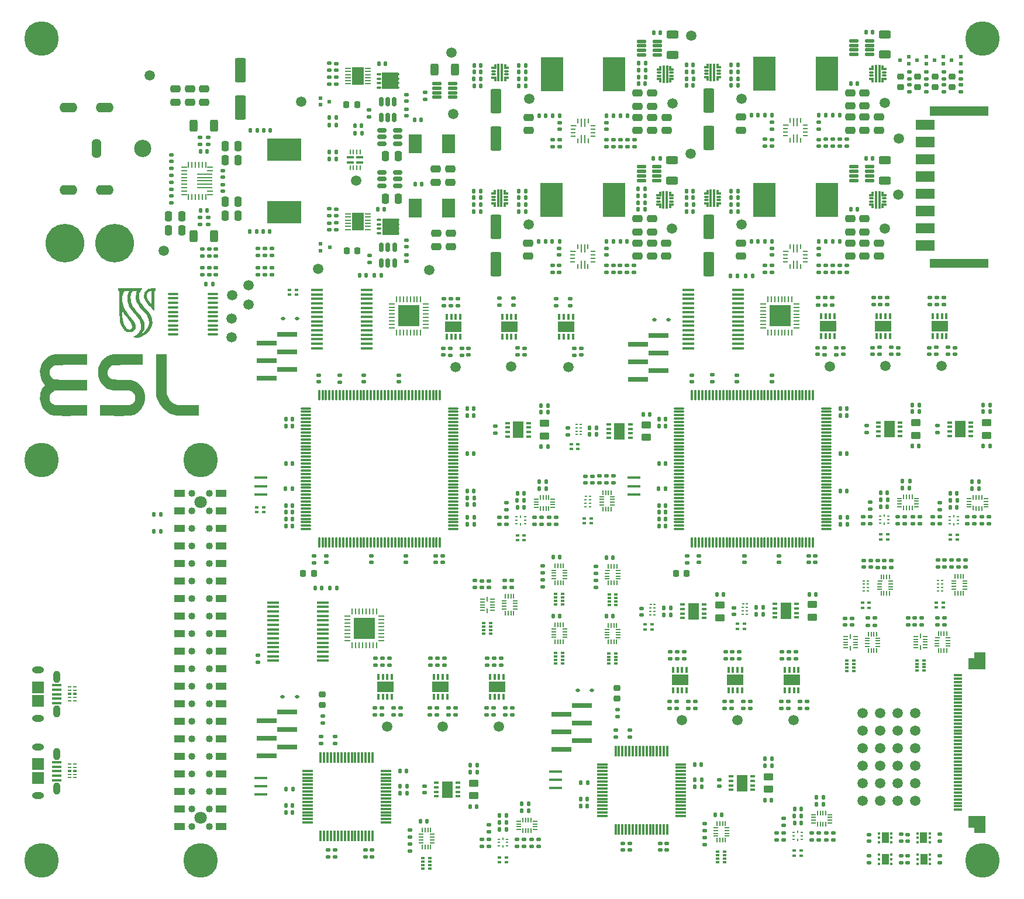
<source format=gbr>
%TF.GenerationSoftware,KiCad,Pcbnew,7.0.8*%
%TF.CreationDate,2024-02-27T11:47:24+02:00*%
%TF.ProjectId,ESLGSU,45534c47-5355-42e6-9b69-6361645f7063,rev?*%
%TF.SameCoordinates,Original*%
%TF.FileFunction,Soldermask,Top*%
%TF.FilePolarity,Negative*%
%FSLAX46Y46*%
G04 Gerber Fmt 4.6, Leading zero omitted, Abs format (unit mm)*
G04 Created by KiCad (PCBNEW 7.0.8) date 2024-02-27 11:47:24*
%MOMM*%
%LPD*%
G01*
G04 APERTURE LIST*
G04 Aperture macros list*
%AMRoundRect*
0 Rectangle with rounded corners*
0 $1 Rounding radius*
0 $2 $3 $4 $5 $6 $7 $8 $9 X,Y pos of 4 corners*
0 Add a 4 corners polygon primitive as box body*
4,1,4,$2,$3,$4,$5,$6,$7,$8,$9,$2,$3,0*
0 Add four circle primitives for the rounded corners*
1,1,$1+$1,$2,$3*
1,1,$1+$1,$4,$5*
1,1,$1+$1,$6,$7*
1,1,$1+$1,$8,$9*
0 Add four rect primitives between the rounded corners*
20,1,$1+$1,$2,$3,$4,$5,0*
20,1,$1+$1,$4,$5,$6,$7,0*
20,1,$1+$1,$6,$7,$8,$9,0*
20,1,$1+$1,$8,$9,$2,$3,0*%
%AMOutline5P*
0 Free polygon, 5 corners , with rotation*
0 The origin of the aperture is its center*
0 number of corners: always 5*
0 $1 to $10 corner X, Y*
0 $11 Rotation angle, in degrees counterclockwise*
0 create outline with 5 corners*
4,1,5,$1,$2,$3,$4,$5,$6,$7,$8,$9,$10,$1,$2,$11*%
%AMOutline6P*
0 Free polygon, 6 corners , with rotation*
0 The origin of the aperture is its center*
0 number of corners: always 6*
0 $1 to $12 corner X, Y*
0 $13 Rotation angle, in degrees counterclockwise*
0 create outline with 6 corners*
4,1,6,$1,$2,$3,$4,$5,$6,$7,$8,$9,$10,$11,$12,$1,$2,$13*%
%AMOutline7P*
0 Free polygon, 7 corners , with rotation*
0 The origin of the aperture is its center*
0 number of corners: always 7*
0 $1 to $14 corner X, Y*
0 $15 Rotation angle, in degrees counterclockwise*
0 create outline with 7 corners*
4,1,7,$1,$2,$3,$4,$5,$6,$7,$8,$9,$10,$11,$12,$13,$14,$1,$2,$15*%
%AMOutline8P*
0 Free polygon, 8 corners , with rotation*
0 The origin of the aperture is its center*
0 number of corners: always 8*
0 $1 to $16 corner X, Y*
0 $17 Rotation angle, in degrees counterclockwise*
0 create outline with 8 corners*
4,1,8,$1,$2,$3,$4,$5,$6,$7,$8,$9,$10,$11,$12,$13,$14,$15,$16,$1,$2,$17*%
G04 Aperture macros list end*
%ADD10C,0.010000*%
%ADD11RoundRect,0.140000X0.170000X-0.140000X0.170000X0.140000X-0.170000X0.140000X-0.170000X-0.140000X0*%
%ADD12RoundRect,0.140000X0.140000X0.170000X-0.140000X0.170000X-0.140000X-0.170000X0.140000X-0.170000X0*%
%ADD13RoundRect,0.050000X0.050000X-0.300000X0.050000X0.300000X-0.050000X0.300000X-0.050000X-0.300000X0*%
%ADD14RoundRect,0.050000X0.050000X-0.250000X0.050000X0.250000X-0.050000X0.250000X-0.050000X-0.250000X0*%
%ADD15RoundRect,0.050000X0.250000X0.050000X-0.250000X0.050000X-0.250000X-0.050000X0.250000X-0.050000X0*%
%ADD16RoundRect,0.050000X-0.250000X-0.050000X0.250000X-0.050000X0.250000X0.050000X-0.250000X0.050000X0*%
%ADD17RoundRect,0.050000X-0.050000X0.250000X-0.050000X-0.250000X0.050000X-0.250000X0.050000X0.250000X0*%
%ADD18RoundRect,0.140000X-0.170000X0.140000X-0.170000X-0.140000X0.170000X-0.140000X0.170000X0.140000X0*%
%ADD19R,0.400000X0.250000*%
%ADD20R,0.250000X0.450000*%
%ADD21R,0.650000X0.350000*%
%ADD22R,1.550000X2.400000*%
%ADD23R,3.000000X0.650000*%
%ADD24RoundRect,0.050000X-0.300000X-0.050000X0.300000X-0.050000X0.300000X0.050000X-0.300000X0.050000X0*%
%ADD25RoundRect,0.075000X-0.662500X-0.075000X0.662500X-0.075000X0.662500X0.075000X-0.662500X0.075000X0*%
%ADD26RoundRect,0.075000X-0.075000X-0.662500X0.075000X-0.662500X0.075000X0.662500X-0.075000X0.662500X0*%
%ADD27RoundRect,0.135000X-0.185000X0.135000X-0.185000X-0.135000X0.185000X-0.135000X0.185000X0.135000X0*%
%ADD28RoundRect,0.250000X0.475000X-0.250000X0.475000X0.250000X-0.475000X0.250000X-0.475000X-0.250000X0*%
%ADD29RoundRect,0.135000X0.185000X-0.135000X0.185000X0.135000X-0.185000X0.135000X-0.185000X-0.135000X0*%
%ADD30RoundRect,0.140000X-0.140000X-0.170000X0.140000X-0.170000X0.140000X0.170000X-0.140000X0.170000X0*%
%ADD31RoundRect,0.135000X-0.135000X-0.185000X0.135000X-0.185000X0.135000X0.185000X-0.135000X0.185000X0*%
%ADD32R,0.600000X0.500000*%
%ADD33C,1.500000*%
%ADD34RoundRect,0.050000X-0.125000X-0.050000X0.125000X-0.050000X0.125000X0.050000X-0.125000X0.050000X0*%
%ADD35RoundRect,0.050000X-0.100000X-0.050000X0.100000X-0.050000X0.100000X0.050000X-0.100000X0.050000X0*%
%ADD36RoundRect,0.135000X0.135000X0.185000X-0.135000X0.185000X-0.135000X-0.185000X0.135000X-0.185000X0*%
%ADD37RoundRect,0.250000X-0.475000X0.250000X-0.475000X-0.250000X0.475000X-0.250000X0.475000X0.250000X0*%
%ADD38R,0.500000X0.400000*%
%ADD39R,1.900000X0.400000*%
%ADD40C,5.000000*%
%ADD41RoundRect,0.100000X-0.637500X-0.100000X0.637500X-0.100000X0.637500X0.100000X-0.637500X0.100000X0*%
%ADD42R,0.500000X0.320000*%
%ADD43R,3.175000X4.950000*%
%ADD44RoundRect,0.250000X-0.250000X-0.475000X0.250000X-0.475000X0.250000X0.475000X-0.250000X0.475000X0*%
%ADD45RoundRect,0.250000X-0.312500X-0.625000X0.312500X-0.625000X0.312500X0.625000X-0.312500X0.625000X0*%
%ADD46Outline5P,-0.400000X0.125000X0.275000X0.125000X0.400000X0.000000X0.400000X-0.125000X-0.400000X-0.125000X0.000000*%
%ADD47R,0.700000X0.250000*%
%ADD48R,0.250000X0.700000*%
%ADD49R,0.250000X1.200000*%
%ADD50RoundRect,0.112500X-0.187500X-0.112500X0.187500X-0.112500X0.187500X0.112500X-0.187500X0.112500X0*%
%ADD51RoundRect,0.125000X0.537500X0.125000X-0.537500X0.125000X-0.537500X-0.125000X0.537500X-0.125000X0*%
%ADD52RoundRect,0.062500X0.062500X-0.375000X0.062500X0.375000X-0.062500X0.375000X-0.062500X-0.375000X0*%
%ADD53RoundRect,0.062500X0.375000X-0.062500X0.375000X0.062500X-0.375000X0.062500X-0.375000X-0.062500X0*%
%ADD54R,3.100000X3.100000*%
%ADD55R,1.750000X0.450000*%
%ADD56RoundRect,0.087500X-0.087500X0.337500X-0.087500X-0.337500X0.087500X-0.337500X0.087500X0.337500X0*%
%ADD57R,2.400000X1.650000*%
%ADD58RoundRect,0.250000X-0.450000X0.262500X-0.450000X-0.262500X0.450000X-0.262500X0.450000X0.262500X0*%
%ADD59RoundRect,0.250000X-0.550000X1.500000X-0.550000X-1.500000X0.550000X-1.500000X0.550000X1.500000X0*%
%ADD60RoundRect,0.218750X-0.256250X0.218750X-0.256250X-0.218750X0.256250X-0.218750X0.256250X0.218750X0*%
%ADD61RoundRect,0.050000X0.300000X0.050000X-0.300000X0.050000X-0.300000X-0.050000X0.300000X-0.050000X0*%
%ADD62RoundRect,0.097500X-0.227500X-0.097500X0.227500X-0.097500X0.227500X0.097500X-0.227500X0.097500X0*%
%ADD63R,2.340000X2.340000*%
%ADD64RoundRect,0.250000X0.625000X-0.312500X0.625000X0.312500X-0.625000X0.312500X-0.625000X-0.312500X0*%
%ADD65RoundRect,0.218750X-0.218750X-0.256250X0.218750X-0.256250X0.218750X0.256250X-0.218750X0.256250X0*%
%ADD66RoundRect,0.093750X0.093750X0.106250X-0.093750X0.106250X-0.093750X-0.106250X0.093750X-0.106250X0*%
%ADD67R,1.000000X1.600000*%
%ADD68RoundRect,0.050000X0.350000X0.050000X-0.350000X0.050000X-0.350000X-0.050000X0.350000X-0.050000X0*%
%ADD69R,1.700000X2.500000*%
%ADD70RoundRect,0.150000X-0.512500X-0.150000X0.512500X-0.150000X0.512500X0.150000X-0.512500X0.150000X0*%
%ADD71RoundRect,0.125000X-0.537500X-0.125000X0.537500X-0.125000X0.537500X0.125000X-0.537500X0.125000X0*%
%ADD72C,1.020000*%
%ADD73C,1.800000*%
%ADD74R,1.580000X1.020000*%
%ADD75RoundRect,0.009843X0.290157X0.140157X-0.290157X0.140157X-0.290157X-0.140157X0.290157X-0.140157X0*%
%ADD76RoundRect,0.008202X0.116798X0.316798X-0.116798X0.316798X-0.116798X-0.316798X0.116798X-0.316798X0*%
%ADD77RoundRect,0.008202X0.291798X0.116798X-0.291798X0.116798X-0.291798X-0.116798X0.291798X-0.116798X0*%
%ADD78RoundRect,0.009843X0.140157X1.190157X-0.140157X1.190157X-0.140157X-1.190157X0.140157X-1.190157X0*%
%ADD79R,1.903000X2.790000*%
%ADD80R,0.500000X0.250000*%
%ADD81R,0.500000X0.450000*%
%ADD82R,1.350000X0.400000*%
%ADD83O,1.004000X1.804000*%
%ADD84O,1.704000X0.954000*%
%ADD85RoundRect,0.102000X-0.775000X0.750000X-0.775000X-0.750000X0.775000X-0.750000X0.775000X0.750000X0*%
%ADD86RoundRect,0.075000X-0.700000X-0.075000X0.700000X-0.075000X0.700000X0.075000X-0.700000X0.075000X0*%
%ADD87RoundRect,0.075000X-0.075000X-0.700000X0.075000X-0.700000X0.075000X0.700000X-0.075000X0.700000X0*%
%ADD88RoundRect,0.250000X-0.625000X0.312500X-0.625000X-0.312500X0.625000X-0.312500X0.625000X0.312500X0*%
%ADD89R,0.900000X0.250000*%
%ADD90R,0.250000X0.900000*%
%ADD91R,2.300000X0.250000*%
%ADD92R,1.200000X0.300000*%
%ADD93RoundRect,0.250000X0.250000X0.475000X-0.250000X0.475000X-0.250000X-0.475000X0.250000X-0.475000X0*%
%ADD94RoundRect,0.009843X-0.290157X-0.140157X0.290157X-0.140157X0.290157X0.140157X-0.290157X0.140157X0*%
%ADD95RoundRect,0.008202X-0.116798X-0.316798X0.116798X-0.316798X0.116798X0.316798X-0.116798X0.316798X0*%
%ADD96RoundRect,0.008202X-0.291798X-0.116798X0.291798X-0.116798X0.291798X0.116798X-0.291798X0.116798X0*%
%ADD97RoundRect,0.009843X-0.140157X-1.190157X0.140157X-1.190157X0.140157X1.190157X-0.140157X1.190157X0*%
%ADD98RoundRect,0.150000X0.150000X-0.512500X0.150000X0.512500X-0.150000X0.512500X-0.150000X-0.512500X0*%
%ADD99R,4.950000X3.175000*%
%ADD100C,5.600000*%
%ADD101C,2.500000*%
%ADD102O,1.400000X2.800000*%
%ADD103O,2.600000X1.400000*%
%ADD104RoundRect,0.100000X-0.425000X-0.100000X0.425000X-0.100000X0.425000X0.100000X-0.425000X0.100000X0*%
%ADD105RoundRect,0.050000X-0.050000X-0.250000X0.050000X-0.250000X0.050000X0.250000X-0.050000X0.250000X0*%
G04 APERTURE END LIST*
%TO.C,J10*%
D10*
X216976200Y-70101200D02*
X208623800Y-70101200D01*
X208623800Y-68848800D01*
X216976200Y-68848800D01*
X216976200Y-70101200D01*
G36*
X216976200Y-70101200D02*
G01*
X208623800Y-70101200D01*
X208623800Y-68848800D01*
X216976200Y-68848800D01*
X216976200Y-70101200D01*
G37*
X209196200Y-67601200D02*
X206543800Y-67601200D01*
X206543800Y-66208800D01*
X209196200Y-66208800D01*
X209196200Y-67601200D01*
G36*
X209196200Y-67601200D02*
G01*
X206543800Y-67601200D01*
X206543800Y-66208800D01*
X209196200Y-66208800D01*
X209196200Y-67601200D01*
G37*
X209196200Y-65101200D02*
X206543800Y-65101200D01*
X206543800Y-63708800D01*
X209196200Y-63708800D01*
X209196200Y-65101200D01*
G36*
X209196200Y-65101200D02*
G01*
X206543800Y-65101200D01*
X206543800Y-63708800D01*
X209196200Y-63708800D01*
X209196200Y-65101200D01*
G37*
X209196200Y-62601200D02*
X206543800Y-62601200D01*
X206543800Y-61208800D01*
X209196200Y-61208800D01*
X209196200Y-62601200D01*
G36*
X209196200Y-62601200D02*
G01*
X206543800Y-62601200D01*
X206543800Y-61208800D01*
X209196200Y-61208800D01*
X209196200Y-62601200D01*
G37*
X209196200Y-60101200D02*
X206543800Y-60101200D01*
X206543800Y-58708800D01*
X209196200Y-58708800D01*
X209196200Y-60101200D01*
G36*
X209196200Y-60101200D02*
G01*
X206543800Y-60101200D01*
X206543800Y-58708800D01*
X209196200Y-58708800D01*
X209196200Y-60101200D01*
G37*
X209196200Y-57601200D02*
X206543800Y-57601200D01*
X206543800Y-56208800D01*
X209196200Y-56208800D01*
X209196200Y-57601200D01*
G36*
X209196200Y-57601200D02*
G01*
X206543800Y-57601200D01*
X206543800Y-56208800D01*
X209196200Y-56208800D01*
X209196200Y-57601200D01*
G37*
X209196200Y-55101200D02*
X206543800Y-55101200D01*
X206543800Y-53708800D01*
X209196200Y-53708800D01*
X209196200Y-55101200D01*
G36*
X209196200Y-55101200D02*
G01*
X206543800Y-55101200D01*
X206543800Y-53708800D01*
X209196200Y-53708800D01*
X209196200Y-55101200D01*
G37*
X209196200Y-52601200D02*
X206543800Y-52601200D01*
X206543800Y-51208800D01*
X209196200Y-51208800D01*
X209196200Y-52601200D01*
G36*
X209196200Y-52601200D02*
G01*
X206543800Y-52601200D01*
X206543800Y-51208800D01*
X209196200Y-51208800D01*
X209196200Y-52601200D01*
G37*
X209196200Y-50101200D02*
X206543800Y-50101200D01*
X206543800Y-48708800D01*
X209196200Y-48708800D01*
X209196200Y-50101200D01*
G36*
X209196200Y-50101200D02*
G01*
X206543800Y-50101200D01*
X206543800Y-48708800D01*
X209196200Y-48708800D01*
X209196200Y-50101200D01*
G37*
X216976200Y-48061200D02*
X208623800Y-48061200D01*
X208623800Y-46808800D01*
X216976200Y-46808800D01*
X216976200Y-48061200D01*
G36*
X216976200Y-48061200D02*
G01*
X208623800Y-48061200D01*
X208623800Y-46808800D01*
X216976200Y-46808800D01*
X216976200Y-48061200D01*
G37*
%TO.C,G\u002A\u002A\u002A*%
G36*
X98108879Y-85579749D02*
G01*
X98115783Y-88467851D01*
X98184159Y-88652047D01*
X98326845Y-88973144D01*
X98501826Y-89255222D01*
X98708630Y-89497833D01*
X98946783Y-89700527D01*
X99215814Y-89862856D01*
X99515248Y-89984372D01*
X99620402Y-90015371D01*
X99665291Y-90026981D01*
X99709919Y-90036881D01*
X99758702Y-90045243D01*
X99816056Y-90052238D01*
X99886398Y-90058039D01*
X99974145Y-90062816D01*
X100083712Y-90066741D01*
X100219516Y-90069987D01*
X100385973Y-90072724D01*
X100587501Y-90075124D01*
X100828515Y-90077360D01*
X101113431Y-90079602D01*
X101309910Y-90081040D01*
X102795402Y-90091760D01*
X102795402Y-90854555D01*
X102795402Y-91617349D01*
X101271657Y-91614826D01*
X100904274Y-91613810D01*
X100585496Y-91612028D01*
X100312925Y-91609435D01*
X100084169Y-91605980D01*
X99896831Y-91601618D01*
X99748517Y-91596300D01*
X99636831Y-91589979D01*
X99559377Y-91582606D01*
X99543896Y-91580409D01*
X99244244Y-91517558D01*
X98935019Y-91423644D01*
X98633508Y-91305039D01*
X98356995Y-91168115D01*
X98243472Y-91101058D01*
X97901404Y-90857417D01*
X97590365Y-90576823D01*
X97313815Y-90263821D01*
X97075209Y-89922957D01*
X96878005Y-89558776D01*
X96725662Y-89175822D01*
X96689193Y-89057851D01*
X96668005Y-88983374D01*
X96649039Y-88912509D01*
X96632172Y-88842143D01*
X96617281Y-88769164D01*
X96604243Y-88690459D01*
X96592936Y-88602917D01*
X96583235Y-88503425D01*
X96575018Y-88388871D01*
X96568163Y-88256143D01*
X96562546Y-88102129D01*
X96558044Y-87923716D01*
X96554534Y-87717792D01*
X96551893Y-87481245D01*
X96549999Y-87210964D01*
X96548727Y-86903834D01*
X96547956Y-86556745D01*
X96547563Y-86166584D01*
X96547423Y-85730240D01*
X96547410Y-85470059D01*
X96547410Y-82691647D01*
X97324692Y-82691647D01*
X98101975Y-82691647D01*
X98108879Y-85579749D01*
G37*
G36*
X86550623Y-83468294D02*
G01*
X86550623Y-84246216D01*
X84247725Y-84253118D01*
X81944828Y-84260020D01*
X81752595Y-84355036D01*
X81551928Y-84480032D01*
X81388658Y-84639116D01*
X81260069Y-84835055D01*
X81238171Y-84879124D01*
X81201063Y-84961414D01*
X81177354Y-85029852D01*
X81164078Y-85100489D01*
X81158266Y-85189375D01*
X81156949Y-85312561D01*
X81156948Y-85318353D01*
X81158162Y-85443345D01*
X81163738Y-85533209D01*
X81176576Y-85603800D01*
X81199579Y-85670974D01*
X81235645Y-85750585D01*
X81236268Y-85751888D01*
X81350639Y-85946373D01*
X81491513Y-86101706D01*
X81666828Y-86226238D01*
X81709012Y-86249390D01*
X81793932Y-86292241D01*
X81864890Y-86321369D01*
X81937013Y-86340462D01*
X82025429Y-86353209D01*
X82145265Y-86363300D01*
X82188316Y-86366274D01*
X82260694Y-86369447D01*
X82379479Y-86372506D01*
X82540072Y-86375407D01*
X82737877Y-86378108D01*
X82968295Y-86380567D01*
X83226730Y-86382741D01*
X83508583Y-86384588D01*
X83809257Y-86386065D01*
X84124155Y-86387129D01*
X84448679Y-86387739D01*
X84516838Y-86387805D01*
X86550623Y-86389438D01*
X86550623Y-87166851D01*
X86550623Y-87944264D01*
X84249067Y-87951038D01*
X81947510Y-87957811D01*
X81776052Y-88039035D01*
X81566612Y-88163383D01*
X81397783Y-88317504D01*
X81271130Y-88498773D01*
X81188220Y-88704567D01*
X81150618Y-88932261D01*
X81150945Y-89086534D01*
X81189459Y-89313868D01*
X81273683Y-89521288D01*
X81400784Y-89704540D01*
X81567929Y-89859366D01*
X81733925Y-89962662D01*
X81791701Y-89991680D01*
X81841740Y-90013341D01*
X81893086Y-90029068D01*
X81954784Y-90040283D01*
X82035879Y-90048412D01*
X82145416Y-90054876D01*
X82292439Y-90061099D01*
X82381044Y-90064498D01*
X82489047Y-90067634D01*
X82642501Y-90070664D01*
X82835854Y-90073538D01*
X83063553Y-90076208D01*
X83320046Y-90078625D01*
X83599779Y-90080739D01*
X83897201Y-90082501D01*
X84206759Y-90083862D01*
X84522900Y-90084773D01*
X84708103Y-90085078D01*
X86550623Y-90087229D01*
X86550623Y-90852007D01*
X86550623Y-91616785D01*
X84376577Y-91623442D01*
X84041959Y-91624264D01*
X83717671Y-91624667D01*
X83407948Y-91624670D01*
X83117026Y-91624290D01*
X82849143Y-91623545D01*
X82608533Y-91622452D01*
X82399434Y-91621030D01*
X82226082Y-91619295D01*
X82092713Y-91617265D01*
X82003563Y-91614959D01*
X81973012Y-91613446D01*
X81717330Y-91575313D01*
X81449478Y-91499757D01*
X81185471Y-91391863D01*
X81043406Y-91318160D01*
X80808241Y-91161142D01*
X80580722Y-90963034D01*
X80369586Y-90733739D01*
X80183571Y-90483160D01*
X80031413Y-90221199D01*
X79981706Y-90114800D01*
X79863010Y-89778502D01*
X79788456Y-89423739D01*
X79758664Y-89058639D01*
X79774252Y-88691325D01*
X79835840Y-88329925D01*
X79843437Y-88298858D01*
X79899663Y-88120157D01*
X79981459Y-87919963D01*
X80080630Y-87715013D01*
X80188982Y-87522043D01*
X80298321Y-87357789D01*
X80314906Y-87335878D01*
X80459750Y-87148412D01*
X80384707Y-87068574D01*
X80223081Y-86865941D01*
X80079007Y-86624565D01*
X79956821Y-86354964D01*
X79860859Y-86067656D01*
X79795458Y-85773159D01*
X79771180Y-85580418D01*
X79762340Y-85205589D01*
X79799205Y-84843442D01*
X79879559Y-84497363D01*
X80001187Y-84170735D01*
X80161872Y-83866941D01*
X80359398Y-83589365D01*
X80591549Y-83341391D01*
X80856109Y-83126403D01*
X81150863Y-82947784D01*
X81473594Y-82808918D01*
X81615984Y-82763540D01*
X81820000Y-82704920D01*
X84185312Y-82697646D01*
X86550623Y-82690373D01*
X86550623Y-83468294D01*
G37*
G36*
X94609257Y-83468368D02*
G01*
X94609257Y-84245090D01*
X92473464Y-84252555D01*
X90337671Y-84260020D01*
X90168762Y-84340051D01*
X89969399Y-84459991D01*
X89806277Y-84609964D01*
X89680513Y-84783804D01*
X89593224Y-84975345D01*
X89545528Y-85178420D01*
X89538542Y-85386865D01*
X89573385Y-85594512D01*
X89651173Y-85795196D01*
X89773025Y-85982751D01*
X89854583Y-86073455D01*
X89959490Y-86160298D01*
X90091369Y-86244015D01*
X90229030Y-86312462D01*
X90337671Y-86350307D01*
X90377917Y-86354522D01*
X90463881Y-86359214D01*
X90590279Y-86364229D01*
X90751828Y-86369413D01*
X90943245Y-86374610D01*
X91159248Y-86379667D01*
X91394553Y-86384430D01*
X91643878Y-86388743D01*
X91663775Y-86389057D01*
X91950433Y-86393639D01*
X92190977Y-86397823D01*
X92390296Y-86401862D01*
X92553277Y-86406013D01*
X92684806Y-86410530D01*
X92789771Y-86415668D01*
X92873059Y-86421681D01*
X92939557Y-86428826D01*
X92994152Y-86437357D01*
X93041732Y-86447530D01*
X93087183Y-86459598D01*
X93102923Y-86464150D01*
X93441206Y-86589058D01*
X93753512Y-86756553D01*
X94036672Y-86963747D01*
X94287518Y-87207750D01*
X94502881Y-87485675D01*
X94679590Y-87794633D01*
X94757236Y-87971865D01*
X94867398Y-88312338D01*
X94932250Y-88654812D01*
X94953847Y-88995617D01*
X94934245Y-89331085D01*
X94875502Y-89657546D01*
X94779673Y-89971330D01*
X94648813Y-90268768D01*
X94484980Y-90546191D01*
X94290229Y-90799929D01*
X94066617Y-91026313D01*
X93816199Y-91221672D01*
X93541032Y-91382339D01*
X93243171Y-91504643D01*
X92924673Y-91584915D01*
X92717554Y-91611982D01*
X92658421Y-91614775D01*
X92552694Y-91617270D01*
X92404780Y-91619445D01*
X92219088Y-91621277D01*
X92000025Y-91622741D01*
X91751999Y-91623816D01*
X91479420Y-91624479D01*
X91186695Y-91624706D01*
X90878233Y-91624474D01*
X90558441Y-91623761D01*
X90497059Y-91623570D01*
X88488775Y-91617040D01*
X88488775Y-90852135D01*
X88488775Y-90087229D01*
X90395050Y-90086117D01*
X90795747Y-90085749D01*
X91148840Y-90085039D01*
X91457731Y-90083831D01*
X91725819Y-90081970D01*
X91956506Y-90079303D01*
X92153191Y-90075675D01*
X92319275Y-90070930D01*
X92458159Y-90064914D01*
X92573243Y-90057472D01*
X92667927Y-90048450D01*
X92745612Y-90037693D01*
X92809699Y-90025046D01*
X92863588Y-90010354D01*
X92910679Y-89993463D01*
X92954373Y-89974219D01*
X92964803Y-89969197D01*
X93145142Y-89855204D01*
X93305203Y-89703379D01*
X93432617Y-89526279D01*
X93468606Y-89457713D01*
X93505272Y-89376887D01*
X93529053Y-89310147D01*
X93542703Y-89242248D01*
X93548971Y-89157950D01*
X93550610Y-89042009D01*
X93550616Y-89003394D01*
X93549483Y-88876436D01*
X93544588Y-88785482D01*
X93533194Y-88715539D01*
X93512560Y-88651618D01*
X93479949Y-88578727D01*
X93468839Y-88555778D01*
X93376753Y-88405518D01*
X93253666Y-88258386D01*
X93116840Y-88134011D01*
X93065829Y-88097453D01*
X92999454Y-88061952D01*
X92907475Y-88022637D01*
X92836868Y-87997175D01*
X92798003Y-87985398D01*
X92756193Y-87975524D01*
X92706567Y-87967333D01*
X92644254Y-87960608D01*
X92564381Y-87955130D01*
X92462077Y-87950682D01*
X92332471Y-87947043D01*
X92170690Y-87943997D01*
X91971865Y-87941325D01*
X91731122Y-87938808D01*
X91485261Y-87936588D01*
X91189745Y-87933895D01*
X90939855Y-87931016D01*
X90730218Y-87927423D01*
X90555457Y-87922593D01*
X90410197Y-87915999D01*
X90289063Y-87907118D01*
X90186679Y-87895423D01*
X90097669Y-87880389D01*
X90016658Y-87861492D01*
X89938271Y-87838205D01*
X89857132Y-87810005D01*
X89767865Y-87776365D01*
X89741528Y-87766226D01*
X89490457Y-87646840D01*
X89241181Y-87486127D01*
X89004586Y-87292949D01*
X88791559Y-87076165D01*
X88617599Y-86851504D01*
X88476073Y-86611472D01*
X88351536Y-86340481D01*
X88252729Y-86057904D01*
X88240845Y-86016354D01*
X88215436Y-85921172D01*
X88197097Y-85839265D01*
X88184732Y-85759195D01*
X88177247Y-85669526D01*
X88173545Y-85558823D01*
X88172531Y-85415647D01*
X88172772Y-85305602D01*
X88174437Y-85126637D01*
X88178464Y-84987987D01*
X88185743Y-84878982D01*
X88197167Y-84788956D01*
X88213627Y-84707240D01*
X88227177Y-84654516D01*
X88351492Y-84285032D01*
X88512119Y-83950360D01*
X88708495Y-83651223D01*
X88940055Y-83388346D01*
X89206234Y-83162450D01*
X89506469Y-82974260D01*
X89559745Y-82946629D01*
X89644198Y-82904458D01*
X89722498Y-82867219D01*
X89798247Y-82834606D01*
X89875047Y-82806311D01*
X89956499Y-82782027D01*
X90046206Y-82761449D01*
X90147770Y-82744268D01*
X90264793Y-82730177D01*
X90400877Y-82718870D01*
X90559623Y-82710040D01*
X90744635Y-82703380D01*
X90959513Y-82698583D01*
X91207860Y-82695341D01*
X91493277Y-82693348D01*
X91819368Y-82692297D01*
X92189733Y-82691881D01*
X92549970Y-82691797D01*
X94609257Y-82691647D01*
X94609257Y-83468368D01*
G37*
%TO.C,J9*%
X216582500Y-151980000D02*
X214982500Y-151980000D01*
X214982500Y-151180000D01*
X214182500Y-151180000D01*
X214182500Y-149580000D01*
X216582500Y-149580000D01*
X216582500Y-151980000D01*
G36*
X216582500Y-151980000D02*
G01*
X214982500Y-151980000D01*
X214982500Y-151180000D01*
X214182500Y-151180000D01*
X214182500Y-149580000D01*
X216582500Y-149580000D01*
X216582500Y-151980000D01*
G37*
X216582500Y-128280000D02*
X214182500Y-128280000D01*
X214182500Y-126680000D01*
X214982500Y-126680000D01*
X214982500Y-125880000D01*
X216582500Y-125880000D01*
X216582500Y-128280000D01*
G36*
X216582500Y-128280000D02*
G01*
X214182500Y-128280000D01*
X214182500Y-126680000D01*
X214982500Y-126680000D01*
X214982500Y-125880000D01*
X216582500Y-125880000D01*
X216582500Y-128280000D01*
G37*
%TO.C,G\u002A\u002A\u002A*%
G36*
X96472586Y-73321222D02*
G01*
X96468424Y-73448334D01*
X96450667Y-73512525D01*
X96411405Y-73534093D01*
X96389171Y-73535336D01*
X96366907Y-73537540D01*
X96349003Y-73549616D01*
X96334986Y-73579756D01*
X96324378Y-73636157D01*
X96316707Y-73727011D01*
X96311496Y-73860514D01*
X96308270Y-74044860D01*
X96306555Y-74288244D01*
X96305875Y-74598859D01*
X96305755Y-74974253D01*
X96304729Y-75317551D01*
X96301804Y-75630026D01*
X96297215Y-75902559D01*
X96291193Y-76126031D01*
X96283973Y-76291322D01*
X96275786Y-76389314D01*
X96268998Y-76413169D01*
X96224186Y-76382576D01*
X96152613Y-76305042D01*
X96114452Y-76256765D01*
X96037133Y-76162146D01*
X95919138Y-76027254D01*
X95777885Y-75871679D01*
X95660176Y-75745845D01*
X95397579Y-75460489D01*
X95193436Y-75216168D01*
X95041382Y-75001419D01*
X94935050Y-74804778D01*
X94868073Y-74614779D01*
X94834085Y-74419958D01*
X94826371Y-74244368D01*
X94826744Y-74239528D01*
X95226116Y-74239528D01*
X95256056Y-74417558D01*
X95289100Y-74524437D01*
X95345270Y-74655629D01*
X95429299Y-74811538D01*
X95529707Y-74975161D01*
X95635015Y-75129493D01*
X95733746Y-75257533D01*
X95814420Y-75342275D01*
X95858211Y-75367465D01*
X95867089Y-75328668D01*
X95874005Y-75218390D01*
X95878683Y-75048546D01*
X95880849Y-74831053D01*
X95880227Y-74577827D01*
X95879064Y-74463333D01*
X95867824Y-73556190D01*
X95743994Y-73565293D01*
X95569390Y-73619008D01*
X95417678Y-73751502D01*
X95315197Y-73911558D01*
X95245369Y-74081669D01*
X95226116Y-74239528D01*
X94826744Y-74239528D01*
X94846487Y-73983624D01*
X94913314Y-73771025D01*
X95038530Y-73579012D01*
X95165686Y-73443530D01*
X95319975Y-73315400D01*
X95485660Y-73226269D01*
X95683318Y-73168913D01*
X95933528Y-73136111D01*
X96065936Y-73127578D01*
X96472586Y-73107107D01*
X96472586Y-73321222D01*
G37*
G36*
X93164362Y-73118892D02*
G01*
X93507156Y-73120699D01*
X93814818Y-73123543D01*
X94078424Y-73127285D01*
X94289054Y-73131788D01*
X94437786Y-73136915D01*
X94515697Y-73142528D01*
X94525109Y-73144948D01*
X94517029Y-73189781D01*
X94466961Y-73274841D01*
X94423321Y-73333852D01*
X94257780Y-73606210D01*
X94150267Y-73921388D01*
X94104224Y-74259128D01*
X94123091Y-74599174D01*
X94172053Y-74812688D01*
X94238057Y-74995839D01*
X94325288Y-75174673D01*
X94442095Y-75361388D01*
X94596828Y-75568180D01*
X94797833Y-75807247D01*
X95027854Y-76062969D01*
X95304708Y-76372558D01*
X95524985Y-76639977D01*
X95695709Y-76877027D01*
X95823903Y-77095511D01*
X95916592Y-77307230D01*
X95980799Y-77523986D01*
X96019437Y-77729061D01*
X96038409Y-78127553D01*
X95977779Y-78512969D01*
X95841056Y-78879322D01*
X95631752Y-79220626D01*
X95353377Y-79530894D01*
X95009442Y-79804141D01*
X94693506Y-79989986D01*
X94441320Y-80111496D01*
X94204238Y-80211510D01*
X93997780Y-80284348D01*
X93837462Y-80324332D01*
X93764441Y-80329965D01*
X93687326Y-80317141D01*
X93565527Y-80288795D01*
X93497380Y-80270824D01*
X93376194Y-80234167D01*
X93291580Y-80202364D01*
X93270769Y-80190443D01*
X93271219Y-80145524D01*
X93349635Y-80093232D01*
X93480336Y-80043452D01*
X93635444Y-79965283D01*
X93808746Y-79832824D01*
X93979774Y-79665703D01*
X94128063Y-79483548D01*
X94219354Y-79334720D01*
X94345330Y-79028615D01*
X94406195Y-78731119D01*
X94400183Y-78434813D01*
X94325529Y-78132276D01*
X94180467Y-77816092D01*
X93963230Y-77478840D01*
X93697659Y-77143054D01*
X93412046Y-76802771D01*
X93177908Y-76512903D01*
X92988837Y-76263797D01*
X92838431Y-76045801D01*
X92720284Y-75849262D01*
X92627990Y-75664525D01*
X92555146Y-75481939D01*
X92515789Y-75361801D01*
X92430724Y-74977357D01*
X92402999Y-74587030D01*
X92413426Y-74450508D01*
X92878797Y-74450508D01*
X92894308Y-74819016D01*
X92972688Y-75181350D01*
X93025740Y-75330121D01*
X93114689Y-75531386D01*
X93218123Y-75724179D01*
X93345698Y-75922765D01*
X93507073Y-76141410D01*
X93711906Y-76394377D01*
X93880830Y-76593148D01*
X94166268Y-76933310D01*
X94395716Y-77227320D01*
X94575608Y-77484356D01*
X94712377Y-77713596D01*
X94810506Y-77919486D01*
X94858114Y-78054862D01*
X94887243Y-78197492D01*
X94901909Y-78374374D01*
X94905942Y-78561116D01*
X94896147Y-78841366D01*
X94857435Y-79064572D01*
X94781746Y-79254454D01*
X94661019Y-79434734D01*
X94574731Y-79535926D01*
X94484741Y-79643067D01*
X94458085Y-79696106D01*
X94495306Y-79695846D01*
X94596943Y-79643094D01*
X94632396Y-79621850D01*
X94905698Y-79413187D01*
X95139311Y-79151789D01*
X95325788Y-78852935D01*
X95457684Y-78531902D01*
X95527555Y-78203965D01*
X95527955Y-77884404D01*
X95516396Y-77807982D01*
X95469610Y-77605111D01*
X95403066Y-77413822D01*
X95309677Y-77222838D01*
X95182356Y-77020883D01*
X95014018Y-76796681D01*
X94797576Y-76538956D01*
X94535031Y-76246338D01*
X94242810Y-75909995D01*
X94015479Y-75607766D01*
X93846733Y-75330298D01*
X93730264Y-75068242D01*
X93719307Y-75036814D01*
X93677121Y-74898742D01*
X93651831Y-74771626D01*
X93640814Y-74629275D01*
X93641449Y-74445499D01*
X93646231Y-74306929D01*
X93664119Y-74041498D01*
X93693072Y-73832583D01*
X93731254Y-73693363D01*
X93731945Y-73691740D01*
X93799036Y-73535336D01*
X93475171Y-73535336D01*
X93151306Y-73535336D01*
X93035844Y-73776911D01*
X92926020Y-74096312D01*
X92878797Y-74450508D01*
X92413426Y-74450508D01*
X92431776Y-74210233D01*
X92516213Y-73866382D01*
X92587832Y-73694780D01*
X92666718Y-73535336D01*
X92344753Y-73535336D01*
X92158409Y-73540355D01*
X92032436Y-73565300D01*
X91943946Y-73625002D01*
X91870051Y-73734290D01*
X91795285Y-73891376D01*
X91750317Y-74010343D01*
X91719616Y-74143808D01*
X91699673Y-74313750D01*
X91686979Y-74542146D01*
X91685652Y-74578029D01*
X91687496Y-74956741D01*
X91724640Y-75304447D01*
X91802167Y-75633230D01*
X91925161Y-75955175D01*
X92098705Y-76282365D01*
X92327882Y-76626885D01*
X92617777Y-77000817D01*
X92792381Y-77208771D01*
X93042029Y-77505981D01*
X93237918Y-77755295D01*
X93385860Y-77967207D01*
X93491670Y-78152207D01*
X93561162Y-78320789D01*
X93600148Y-78483444D01*
X93614443Y-78650666D01*
X93614845Y-78693101D01*
X93607325Y-78856515D01*
X93578518Y-78975990D01*
X93517298Y-79090382D01*
X93489164Y-79132090D01*
X93312757Y-79316296D01*
X93089046Y-79439215D01*
X92830704Y-79497534D01*
X92550404Y-79487938D01*
X92333553Y-79434235D01*
X92124198Y-79322813D01*
X91921074Y-79138787D01*
X91731886Y-78892958D01*
X91564337Y-78596125D01*
X91426132Y-78259089D01*
X91372832Y-78087464D01*
X91352734Y-78012186D01*
X91335813Y-77937021D01*
X91321733Y-77854127D01*
X91310159Y-77755660D01*
X91300759Y-77633780D01*
X91293196Y-77480644D01*
X91287136Y-77288410D01*
X91282246Y-77049236D01*
X91278191Y-76755280D01*
X91278107Y-76746831D01*
X91677722Y-76746831D01*
X91694620Y-77215607D01*
X91747087Y-77647490D01*
X91832493Y-78035882D01*
X91948211Y-78374182D01*
X92091611Y-78655791D01*
X92260062Y-78874108D01*
X92450938Y-79022535D01*
X92608978Y-79084439D01*
X92702345Y-79107116D01*
X92750738Y-79119642D01*
X92751512Y-79119901D01*
X92793639Y-79108332D01*
X92882308Y-79074343D01*
X92902272Y-79066095D01*
X93035049Y-78970799D01*
X93103053Y-78823826D01*
X93105706Y-78626761D01*
X93091167Y-78546593D01*
X93061682Y-78436844D01*
X93019426Y-78327461D01*
X92957617Y-78207486D01*
X92869470Y-78065964D01*
X92748202Y-77891936D01*
X92587030Y-77674445D01*
X92398072Y-77427062D01*
X92239549Y-77218323D01*
X92088734Y-77014420D01*
X91957496Y-76831792D01*
X91857705Y-76686873D01*
X91813155Y-76617067D01*
X91679011Y-76392315D01*
X91677722Y-76746831D01*
X91278107Y-76746831D01*
X91274636Y-76398699D01*
X91271246Y-75971652D01*
X91268970Y-75652003D01*
X91265587Y-75177782D01*
X91262392Y-74780222D01*
X91259081Y-74452571D01*
X91255348Y-74188074D01*
X91250888Y-73979980D01*
X91245395Y-73821535D01*
X91238565Y-73705986D01*
X91230091Y-73626581D01*
X91219669Y-73576567D01*
X91206994Y-73549190D01*
X91191759Y-73537697D01*
X91173660Y-73535337D01*
X91173271Y-73535336D01*
X91124577Y-73523599D01*
X91100301Y-73474864D01*
X91092565Y-73368848D01*
X91092290Y-73326798D01*
X91092290Y-73118259D01*
X92795356Y-73118259D01*
X93164362Y-73118892D01*
G37*
%TD*%
D11*
%TO.C,C208*%
X158127249Y-82810000D03*
X158127249Y-81850000D03*
%TD*%
D12*
%TO.C,C228*%
X116310000Y-106590000D03*
X115350000Y-106590000D03*
%TD*%
D13*
%TO.C,U40*%
X149649749Y-151685600D03*
D14*
X150049749Y-151735600D03*
X150449749Y-151735600D03*
X150849749Y-151735600D03*
D15*
X151449749Y-151535600D03*
X151449749Y-151135600D03*
D16*
X151449749Y-150735600D03*
D15*
X151449749Y-150335600D03*
D14*
X150849749Y-150135600D03*
X150449749Y-150135600D03*
X150049749Y-150135600D03*
D17*
X149649749Y-150135600D03*
D15*
X149049749Y-150335600D03*
X149049749Y-150735600D03*
X149049749Y-151135600D03*
D16*
X149049749Y-151535600D03*
%TD*%
D18*
%TO.C,C162*%
X210745000Y-112525000D03*
X210745000Y-113485000D03*
%TD*%
D19*
%TO.C,U42*%
X146190349Y-152924800D03*
X146190349Y-153424800D03*
X146190349Y-153924800D03*
D20*
X146795349Y-153999800D03*
D19*
X147400349Y-153924800D03*
X147400349Y-153424800D03*
X147400349Y-152924800D03*
D20*
X146795349Y-152849800D03*
%TD*%
D21*
%TO.C,U51*%
X172800000Y-118955000D03*
X172800000Y-119605000D03*
X172800000Y-120255000D03*
X172800000Y-120905000D03*
X175900000Y-120905000D03*
X175900000Y-120255000D03*
X175900000Y-119605000D03*
X175900000Y-118955000D03*
D22*
X174350000Y-119930000D03*
%TD*%
D23*
%TO.C,J3*%
X158231564Y-133595600D03*
X155231564Y-134865600D03*
X158231564Y-136135600D03*
X155231564Y-137405600D03*
X158231564Y-138675600D03*
X155231564Y-139945600D03*
%TD*%
D24*
%TO.C,U88*%
X146980000Y-118380000D03*
D16*
X146930000Y-118780000D03*
X146930000Y-119180000D03*
X146930000Y-119580000D03*
D14*
X147130000Y-120180000D03*
X147530000Y-120180000D03*
D17*
X147930000Y-120180000D03*
D14*
X148330000Y-120180000D03*
D16*
X148530000Y-119580000D03*
X148530000Y-119180000D03*
X148530000Y-118780000D03*
D15*
X148530000Y-118380000D03*
D14*
X148330000Y-117780000D03*
X147930000Y-117780000D03*
X147530000Y-117780000D03*
D17*
X147130000Y-117780000D03*
%TD*%
D25*
%TO.C,U85*%
X118257500Y-90530000D03*
X118257500Y-91030000D03*
X118257500Y-91530000D03*
X118257500Y-92030000D03*
X118257500Y-92530000D03*
X118257500Y-93030000D03*
X118257500Y-93530000D03*
X118257500Y-94030000D03*
X118257500Y-94530000D03*
X118257500Y-95030000D03*
X118257500Y-95530000D03*
X118257500Y-96030000D03*
X118257500Y-96530000D03*
X118257500Y-97030000D03*
X118257500Y-97530000D03*
X118257500Y-98030000D03*
X118257500Y-98530000D03*
X118257500Y-99030000D03*
X118257500Y-99530000D03*
X118257500Y-100030000D03*
X118257500Y-100530000D03*
X118257500Y-101030000D03*
X118257500Y-101530000D03*
X118257500Y-102030000D03*
X118257500Y-102530000D03*
X118257500Y-103030000D03*
X118257500Y-103530000D03*
X118257500Y-104030000D03*
X118257500Y-104530000D03*
X118257500Y-105030000D03*
X118257500Y-105530000D03*
X118257500Y-106030000D03*
X118257500Y-106530000D03*
X118257500Y-107030000D03*
X118257500Y-107530000D03*
X118257500Y-108030000D03*
D26*
X120170000Y-109942500D03*
X120670000Y-109942500D03*
X121170000Y-109942500D03*
X121670000Y-109942500D03*
X122170000Y-109942500D03*
X122670000Y-109942500D03*
X123170000Y-109942500D03*
X123670000Y-109942500D03*
X124170000Y-109942500D03*
X124670000Y-109942500D03*
X125170000Y-109942500D03*
X125670000Y-109942500D03*
X126170000Y-109942500D03*
X126670000Y-109942500D03*
X127170000Y-109942500D03*
X127670000Y-109942500D03*
X128170000Y-109942500D03*
X128670000Y-109942500D03*
X129170000Y-109942500D03*
X129670000Y-109942500D03*
X130170000Y-109942500D03*
X130670000Y-109942500D03*
X131170000Y-109942500D03*
X131670000Y-109942500D03*
X132170000Y-109942500D03*
X132670000Y-109942500D03*
X133170000Y-109942500D03*
X133670000Y-109942500D03*
X134170000Y-109942500D03*
X134670000Y-109942500D03*
X135170000Y-109942500D03*
X135670000Y-109942500D03*
X136170000Y-109942500D03*
X136670000Y-109942500D03*
X137170000Y-109942500D03*
X137670000Y-109942500D03*
D25*
X139582500Y-108030000D03*
X139582500Y-107530000D03*
X139582500Y-107030000D03*
X139582500Y-106530000D03*
X139582500Y-106030000D03*
X139582500Y-105530000D03*
X139582500Y-105030000D03*
X139582500Y-104530000D03*
X139582500Y-104030000D03*
X139582500Y-103530000D03*
X139582500Y-103030000D03*
X139582500Y-102530000D03*
X139582500Y-102030000D03*
X139582500Y-101530000D03*
X139582500Y-101030000D03*
X139582500Y-100530000D03*
X139582500Y-100030000D03*
X139582500Y-99530000D03*
X139582500Y-99030000D03*
X139582500Y-98530000D03*
X139582500Y-98030000D03*
X139582500Y-97530000D03*
X139582500Y-97030000D03*
X139582500Y-96530000D03*
X139582500Y-96030000D03*
X139582500Y-95530000D03*
X139582500Y-95030000D03*
X139582500Y-94530000D03*
X139582500Y-94030000D03*
X139582500Y-93530000D03*
X139582500Y-93030000D03*
X139582500Y-92530000D03*
X139582500Y-92030000D03*
X139582500Y-91530000D03*
X139582500Y-91030000D03*
X139582500Y-90530000D03*
D26*
X137670000Y-88617500D03*
X137170000Y-88617500D03*
X136670000Y-88617500D03*
X136170000Y-88617500D03*
X135670000Y-88617500D03*
X135170000Y-88617500D03*
X134670000Y-88617500D03*
X134170000Y-88617500D03*
X133670000Y-88617500D03*
X133170000Y-88617500D03*
X132670000Y-88617500D03*
X132170000Y-88617500D03*
X131670000Y-88617500D03*
X131170000Y-88617500D03*
X130670000Y-88617500D03*
X130170000Y-88617500D03*
X129670000Y-88617500D03*
X129170000Y-88617500D03*
X128670000Y-88617500D03*
X128170000Y-88617500D03*
X127670000Y-88617500D03*
X127170000Y-88617500D03*
X126670000Y-88617500D03*
X126170000Y-88617500D03*
X125670000Y-88617500D03*
X125170000Y-88617500D03*
X124670000Y-88617500D03*
X124170000Y-88617500D03*
X123670000Y-88617500D03*
X123170000Y-88617500D03*
X122670000Y-88617500D03*
X122170000Y-88617500D03*
X121670000Y-88617500D03*
X121170000Y-88617500D03*
X120670000Y-88617500D03*
X120170000Y-88617500D03*
%TD*%
D27*
%TO.C,R193*%
X208987000Y-106260400D03*
X208987000Y-107280400D03*
%TD*%
D28*
%TO.C,C101*%
X199145000Y-64980000D03*
X199145000Y-63080000D03*
%TD*%
D29*
%TO.C,R281*%
X193625000Y-153035000D03*
X193625000Y-152015000D03*
%TD*%
D27*
%TO.C,R209*%
X201020000Y-112545000D03*
X201020000Y-113565000D03*
%TD*%
D18*
%TO.C,C207*%
X144730000Y-115500000D03*
X144730000Y-116460000D03*
%TD*%
D29*
%TO.C,R3*%
X121620000Y-41580000D03*
X121620000Y-40560000D03*
%TD*%
%TO.C,R288*%
X210012500Y-156360000D03*
X210012500Y-155340000D03*
%TD*%
D30*
%TO.C,C155*%
X161775000Y-112130000D03*
X162735000Y-112130000D03*
%TD*%
D31*
%TO.C,R37*%
X149085000Y-43830000D03*
X150105000Y-43830000D03*
%TD*%
%TO.C,R237*%
X159347500Y-94330000D03*
X160367500Y-94330000D03*
%TD*%
D32*
%TO.C,Q5*%
X210545000Y-40630000D03*
X210545000Y-39630000D03*
X209245000Y-40130000D03*
%TD*%
D18*
%TO.C,C185*%
X191030000Y-111910000D03*
X191030000Y-112870000D03*
%TD*%
D31*
%TO.C,R177*%
X183410000Y-120355000D03*
X184430000Y-120355000D03*
%TD*%
D33*
%TO.C,TP24*%
X188881564Y-135685600D03*
%TD*%
D18*
%TO.C,C128*%
X135419749Y-145250600D03*
X135419749Y-146210600D03*
%TD*%
D34*
%TO.C,U49*%
X168175000Y-118930000D03*
D35*
X168150000Y-119430000D03*
X168150000Y-119930000D03*
X168150000Y-120430000D03*
X168750000Y-120430000D03*
X168750000Y-119930000D03*
X168750000Y-119430000D03*
X168750000Y-118930000D03*
%TD*%
D36*
%TO.C,R236*%
X153300000Y-91100000D03*
X152280000Y-91100000D03*
%TD*%
D37*
%TO.C,C44*%
X168395000Y-48380000D03*
X168395000Y-50280000D03*
%TD*%
D30*
%TO.C,C199*%
X154050000Y-112080000D03*
X155010000Y-112080000D03*
%TD*%
D12*
%TO.C,C1*%
X104772500Y-72505000D03*
X103812500Y-72505000D03*
%TD*%
D27*
%TO.C,R129*%
X173006564Y-125775600D03*
X173006564Y-126795600D03*
%TD*%
D38*
%TO.C,RN1*%
X112120000Y-105570000D03*
X112120000Y-104870000D03*
X111120000Y-104870000D03*
X111120000Y-105570000D03*
%TD*%
D25*
%TO.C,U64*%
X172257500Y-90530000D03*
X172257500Y-91030000D03*
X172257500Y-91530000D03*
X172257500Y-92030000D03*
X172257500Y-92530000D03*
X172257500Y-93030000D03*
X172257500Y-93530000D03*
X172257500Y-94030000D03*
X172257500Y-94530000D03*
X172257500Y-95030000D03*
X172257500Y-95530000D03*
X172257500Y-96030000D03*
X172257500Y-96530000D03*
X172257500Y-97030000D03*
X172257500Y-97530000D03*
X172257500Y-98030000D03*
X172257500Y-98530000D03*
X172257500Y-99030000D03*
X172257500Y-99530000D03*
X172257500Y-100030000D03*
X172257500Y-100530000D03*
X172257500Y-101030000D03*
X172257500Y-101530000D03*
X172257500Y-102030000D03*
X172257500Y-102530000D03*
X172257500Y-103030000D03*
X172257500Y-103530000D03*
X172257500Y-104030000D03*
X172257500Y-104530000D03*
X172257500Y-105030000D03*
X172257500Y-105530000D03*
X172257500Y-106030000D03*
X172257500Y-106530000D03*
X172257500Y-107030000D03*
X172257500Y-107530000D03*
X172257500Y-108030000D03*
D26*
X174170000Y-109942500D03*
X174670000Y-109942500D03*
X175170000Y-109942500D03*
X175670000Y-109942500D03*
X176170000Y-109942500D03*
X176670000Y-109942500D03*
X177170000Y-109942500D03*
X177670000Y-109942500D03*
X178170000Y-109942500D03*
X178670000Y-109942500D03*
X179170000Y-109942500D03*
X179670000Y-109942500D03*
X180170000Y-109942500D03*
X180670000Y-109942500D03*
X181170000Y-109942500D03*
X181670000Y-109942500D03*
X182170000Y-109942500D03*
X182670000Y-109942500D03*
X183170000Y-109942500D03*
X183670000Y-109942500D03*
X184170000Y-109942500D03*
X184670000Y-109942500D03*
X185170000Y-109942500D03*
X185670000Y-109942500D03*
X186170000Y-109942500D03*
X186670000Y-109942500D03*
X187170000Y-109942500D03*
X187670000Y-109942500D03*
X188170000Y-109942500D03*
X188670000Y-109942500D03*
X189170000Y-109942500D03*
X189670000Y-109942500D03*
X190170000Y-109942500D03*
X190670000Y-109942500D03*
X191170000Y-109942500D03*
X191670000Y-109942500D03*
D25*
X193582500Y-108030000D03*
X193582500Y-107530000D03*
X193582500Y-107030000D03*
X193582500Y-106530000D03*
X193582500Y-106030000D03*
X193582500Y-105530000D03*
X193582500Y-105030000D03*
X193582500Y-104530000D03*
X193582500Y-104030000D03*
X193582500Y-103530000D03*
X193582500Y-103030000D03*
X193582500Y-102530000D03*
X193582500Y-102030000D03*
X193582500Y-101530000D03*
X193582500Y-101030000D03*
X193582500Y-100530000D03*
X193582500Y-100030000D03*
X193582500Y-99530000D03*
X193582500Y-99030000D03*
X193582500Y-98530000D03*
X193582500Y-98030000D03*
X193582500Y-97530000D03*
X193582500Y-97030000D03*
X193582500Y-96530000D03*
X193582500Y-96030000D03*
X193582500Y-95530000D03*
X193582500Y-95030000D03*
X193582500Y-94530000D03*
X193582500Y-94030000D03*
X193582500Y-93530000D03*
X193582500Y-93030000D03*
X193582500Y-92530000D03*
X193582500Y-92030000D03*
X193582500Y-91530000D03*
X193582500Y-91030000D03*
X193582500Y-90530000D03*
D26*
X191670000Y-88617500D03*
X191170000Y-88617500D03*
X190670000Y-88617500D03*
X190170000Y-88617500D03*
X189670000Y-88617500D03*
X189170000Y-88617500D03*
X188670000Y-88617500D03*
X188170000Y-88617500D03*
X187670000Y-88617500D03*
X187170000Y-88617500D03*
X186670000Y-88617500D03*
X186170000Y-88617500D03*
X185670000Y-88617500D03*
X185170000Y-88617500D03*
X184670000Y-88617500D03*
X184170000Y-88617500D03*
X183670000Y-88617500D03*
X183170000Y-88617500D03*
X182670000Y-88617500D03*
X182170000Y-88617500D03*
X181670000Y-88617500D03*
X181170000Y-88617500D03*
X180670000Y-88617500D03*
X180170000Y-88617500D03*
X179670000Y-88617500D03*
X179170000Y-88617500D03*
X178670000Y-88617500D03*
X178170000Y-88617500D03*
X177670000Y-88617500D03*
X177170000Y-88617500D03*
X176670000Y-88617500D03*
X176170000Y-88617500D03*
X175670000Y-88617500D03*
X175170000Y-88617500D03*
X174670000Y-88617500D03*
X174170000Y-88617500D03*
%TD*%
D18*
%TO.C,C195*%
X145690000Y-93120000D03*
X145690000Y-94080000D03*
%TD*%
D33*
%TO.C,TP27*%
X146199749Y-136635600D03*
%TD*%
D27*
%TO.C,R278*%
X102895000Y-51270000D03*
X102895000Y-52290000D03*
%TD*%
D12*
%TO.C,C201*%
X149840300Y-102850400D03*
X148880300Y-102850400D03*
%TD*%
%TO.C,C17*%
X103975000Y-61880000D03*
X103015000Y-61880000D03*
%TD*%
D29*
%TO.C,R26*%
X205595000Y-42790000D03*
X205595000Y-41770000D03*
%TD*%
%TO.C,R261*%
X139127249Y-82840000D03*
X139127249Y-81820000D03*
%TD*%
D18*
%TO.C,C120*%
X165131564Y-153555600D03*
X165131564Y-154515600D03*
%TD*%
D36*
%TO.C,R240*%
X153066700Y-102190000D03*
X152046700Y-102190000D03*
%TD*%
D27*
%TO.C,R248*%
X152357500Y-106304800D03*
X152357500Y-107324800D03*
%TD*%
D29*
%TO.C,R7*%
X104095000Y-63890000D03*
X104095000Y-62870000D03*
%TD*%
%TO.C,R224*%
X211220000Y-82715000D03*
X211220000Y-81695000D03*
%TD*%
D39*
%TO.C,Y3*%
X165730000Y-100590000D03*
X165730000Y-101790000D03*
X165730000Y-102990000D03*
%TD*%
D21*
%TO.C,U77*%
X162107500Y-92855000D03*
X162107500Y-93505000D03*
X162107500Y-94155000D03*
X162107500Y-94805000D03*
X165207500Y-94805000D03*
X165207500Y-94155000D03*
X165207500Y-93505000D03*
X165207500Y-92855000D03*
D22*
X163657500Y-93830000D03*
%TD*%
D36*
%TO.C,R80*%
X174355000Y-42780000D03*
X173335000Y-42780000D03*
%TD*%
%TO.C,R141*%
X143029749Y-143230600D03*
X142009749Y-143230600D03*
%TD*%
D40*
%TO.C,H2*%
X216200000Y-37000000D03*
%TD*%
D27*
%TO.C,R206*%
X203020000Y-112545000D03*
X203020000Y-113565000D03*
%TD*%
D30*
%TO.C,C196*%
X154037964Y-120608407D03*
X154997964Y-120608407D03*
%TD*%
D27*
%TO.C,R17*%
X98745000Y-59760000D03*
X98745000Y-60780000D03*
%TD*%
D29*
%TO.C,R279*%
X153510000Y-107335000D03*
X153510000Y-106315000D03*
%TD*%
D18*
%TO.C,C176*%
X175180000Y-111910000D03*
X175180000Y-112870000D03*
%TD*%
D41*
%TO.C,U1*%
X99067500Y-73955000D03*
X99067500Y-74605000D03*
X99067500Y-75255000D03*
X99067500Y-75905000D03*
X99067500Y-76555000D03*
X99067500Y-77205000D03*
X99067500Y-77855000D03*
X99067500Y-78505000D03*
X99067500Y-79155000D03*
X99067500Y-79805000D03*
X104792500Y-79805000D03*
X104792500Y-79155000D03*
X104792500Y-78505000D03*
X104792500Y-77855000D03*
X104792500Y-77205000D03*
X104792500Y-76555000D03*
X104792500Y-75905000D03*
X104792500Y-75255000D03*
X104792500Y-74605000D03*
X104792500Y-73955000D03*
%TD*%
D30*
%TO.C,C72*%
X182765000Y-48080000D03*
X183725000Y-48080000D03*
%TD*%
D36*
%TO.C,R239*%
X160367500Y-93330000D03*
X159347500Y-93330000D03*
%TD*%
D11*
%TO.C,C113*%
X178906564Y-133965600D03*
X178906564Y-133005600D03*
%TD*%
D36*
%TO.C,R204*%
X196640000Y-107290000D03*
X195620000Y-107290000D03*
%TD*%
D18*
%TO.C,C57*%
X154945000Y-67350000D03*
X154945000Y-68310000D03*
%TD*%
D42*
%TO.C,RN7*%
X136204549Y-157180800D03*
X136204549Y-156680800D03*
X136204549Y-156180800D03*
X136204549Y-155680800D03*
X135204549Y-155680800D03*
X135204549Y-156180800D03*
X135204549Y-156680800D03*
X135204549Y-157180800D03*
%TD*%
D30*
%TO.C,C229*%
X141630000Y-90590000D03*
X142590000Y-90590000D03*
%TD*%
D12*
%TO.C,C189*%
X170310000Y-93090000D03*
X169350000Y-93090000D03*
%TD*%
D29*
%TO.C,R173*%
X160255000Y-116440000D03*
X160255000Y-115420000D03*
%TD*%
D27*
%TO.C,R101*%
X112345000Y-70170000D03*
X112345000Y-71190000D03*
%TD*%
D31*
%TO.C,R138*%
X142009749Y-142230600D03*
X143029749Y-142230600D03*
%TD*%
D29*
%TO.C,R39*%
X162795000Y-52640000D03*
X162795000Y-51620000D03*
%TD*%
%TO.C,R284*%
X151950000Y-153985000D03*
X151950000Y-152965000D03*
%TD*%
D30*
%TO.C,C20*%
X128665000Y-61717500D03*
X129625000Y-61717500D03*
%TD*%
D36*
%TO.C,R28*%
X150105000Y-40830000D03*
X149085000Y-40830000D03*
%TD*%
D37*
%TO.C,C28*%
X139182500Y-55880000D03*
X139182500Y-57780000D03*
%TD*%
D27*
%TO.C,R156*%
X149792549Y-152967600D03*
X149792549Y-153987600D03*
%TD*%
D11*
%TO.C,C107*%
X192545000Y-70810000D03*
X192545000Y-69850000D03*
%TD*%
D29*
%TO.C,R235*%
X152530000Y-116390000D03*
X152530000Y-115370000D03*
%TD*%
D27*
%TO.C,R192*%
X210003000Y-106262400D03*
X210003000Y-107282400D03*
%TD*%
D11*
%TO.C,C118*%
X174606564Y-133965600D03*
X174606564Y-133005600D03*
%TD*%
D29*
%TO.C,R227*%
X201320000Y-82715000D03*
X201320000Y-81695000D03*
%TD*%
D38*
%TO.C,RN16*%
X210545000Y-119355000D03*
X210545000Y-118655000D03*
X209545000Y-118655000D03*
X209545000Y-119355000D03*
%TD*%
D29*
%TO.C,R286*%
X210012500Y-153260000D03*
X210012500Y-152240000D03*
%TD*%
D12*
%TO.C,C70*%
X167325000Y-61730000D03*
X166365000Y-61730000D03*
%TD*%
D37*
%TO.C,C29*%
X137082500Y-55880000D03*
X137082500Y-57780000D03*
%TD*%
D33*
%TO.C,TP28*%
X138024749Y-136635600D03*
%TD*%
D36*
%TO.C,R104*%
X159041564Y-144735600D03*
X158021564Y-144735600D03*
%TD*%
D29*
%TO.C,R2*%
X122620000Y-43590000D03*
X122620000Y-42570000D03*
%TD*%
D12*
%TO.C,C125*%
X159011564Y-148135600D03*
X158051564Y-148135600D03*
%TD*%
D36*
%TO.C,R59*%
X143555000Y-61030000D03*
X142535000Y-61030000D03*
%TD*%
D12*
%TO.C,C114*%
X189957164Y-148563200D03*
X188997164Y-148563200D03*
%TD*%
D43*
%TO.C,L7*%
X184637500Y-60330000D03*
X193652500Y-60330000D03*
%TD*%
D27*
%TO.C,R140*%
X146499749Y-126725600D03*
X146499749Y-127745600D03*
%TD*%
D29*
%TO.C,R127*%
X175986364Y-151690800D03*
X175986364Y-150670800D03*
%TD*%
D12*
%TO.C,C160*%
X212515000Y-104840000D03*
X211555000Y-104840000D03*
%TD*%
D44*
%TO.C,C19*%
X106545000Y-54580000D03*
X108445000Y-54580000D03*
%TD*%
D11*
%TO.C,C235*%
X205412500Y-153230000D03*
X205412500Y-152270000D03*
%TD*%
D33*
%TO.C,TP16*%
X171245000Y-64530000D03*
%TD*%
D45*
%TO.C,R9*%
X102032500Y-49580000D03*
X104957500Y-49580000D03*
%TD*%
D36*
%TO.C,R19*%
X122665000Y-48420000D03*
X121645000Y-48420000D03*
%TD*%
D27*
%TO.C,R84*%
X213095000Y-43670000D03*
X213095000Y-44690000D03*
%TD*%
D46*
%TO.C,U16*%
X156995000Y-49580000D03*
D47*
X156945000Y-50080000D03*
X156945000Y-50580000D03*
X156945000Y-51080000D03*
D48*
X157645000Y-51780000D03*
D49*
X158145000Y-51530000D03*
X158645000Y-51530000D03*
D48*
X159145000Y-51780000D03*
D47*
X159845000Y-51080000D03*
X159845000Y-50580000D03*
X159845000Y-50080000D03*
X159845000Y-49580000D03*
D48*
X159145000Y-48880000D03*
D49*
X158645000Y-49130000D03*
X158145000Y-49130000D03*
D48*
X157645000Y-48880000D03*
%TD*%
D18*
%TO.C,C126*%
X164131564Y-153555600D03*
X164131564Y-154515600D03*
%TD*%
D21*
%TO.C,U37*%
X137149749Y-144785600D03*
X137149749Y-145435600D03*
X137149749Y-146085600D03*
X137149749Y-146735600D03*
X140249749Y-146735600D03*
X140249749Y-146085600D03*
X140249749Y-145435600D03*
X140249749Y-144785600D03*
D22*
X138699749Y-145760600D03*
%TD*%
D42*
%TO.C,RN4*%
X178886364Y-156230800D03*
X178886364Y-155730800D03*
X178886364Y-155230800D03*
X178886364Y-154730800D03*
X177886364Y-154730800D03*
X177886364Y-155230800D03*
X177886364Y-155730800D03*
X177886364Y-156230800D03*
%TD*%
%TO.C,RN19*%
X197595000Y-128555000D03*
X197595000Y-128055000D03*
X197595000Y-127555000D03*
X197595000Y-127055000D03*
X196595000Y-127055000D03*
X196595000Y-127555000D03*
X196595000Y-128055000D03*
X196595000Y-128555000D03*
%TD*%
D27*
%TO.C,R98*%
X104245000Y-70170000D03*
X104245000Y-71190000D03*
%TD*%
D12*
%TO.C,C211*%
X116310000Y-107590000D03*
X115350000Y-107590000D03*
%TD*%
%TO.C,C226*%
X116310000Y-98490000D03*
X115350000Y-98490000D03*
%TD*%
%TO.C,C115*%
X189957164Y-150595200D03*
X188997164Y-150595200D03*
%TD*%
D29*
%TO.C,R146*%
X147099749Y-134945600D03*
X147099749Y-133925600D03*
%TD*%
D19*
%TO.C,U34*%
X188872164Y-151974800D03*
X188872164Y-152474800D03*
X188872164Y-152974800D03*
D20*
X189477164Y-153049800D03*
D19*
X190082164Y-152974800D03*
X190082164Y-152474800D03*
X190082164Y-151974800D03*
D20*
X189477164Y-151899800D03*
%TD*%
D11*
%TO.C,C232*%
X106245000Y-59060000D03*
X106245000Y-58100000D03*
%TD*%
D29*
%TO.C,R133*%
X173606564Y-133995600D03*
X173606564Y-132975600D03*
%TD*%
D36*
%TO.C,R108*%
X185711564Y-142280600D03*
X184691564Y-142280600D03*
%TD*%
D33*
%TO.C,TP32*%
X202120000Y-84405000D03*
%TD*%
%TO.C,TP14*%
X174045000Y-36580000D03*
%TD*%
D36*
%TO.C,R175*%
X217310000Y-91020000D03*
X216290000Y-91020000D03*
%TD*%
D27*
%TO.C,R155*%
X148776549Y-152967600D03*
X148776549Y-153987600D03*
%TD*%
D37*
%TO.C,C98*%
X199145000Y-66580000D03*
X199145000Y-68480000D03*
%TD*%
D29*
%TO.C,R154*%
X137224749Y-134945600D03*
X137224749Y-133925600D03*
%TD*%
D19*
%TO.C,U82*%
X148755300Y-106262000D03*
X148755300Y-106762000D03*
X148755300Y-107262000D03*
D20*
X149360300Y-107337000D03*
D19*
X149965300Y-107262000D03*
X149965300Y-106762000D03*
X149965300Y-106262000D03*
D20*
X149360300Y-106187000D03*
%TD*%
D11*
%TO.C,C131*%
X139924749Y-134915600D03*
X139924749Y-133955600D03*
%TD*%
D12*
%TO.C,C192*%
X170310000Y-106590000D03*
X169350000Y-106590000D03*
%TD*%
D18*
%TO.C,C39*%
X154995000Y-49150000D03*
X154995000Y-50110000D03*
%TD*%
D27*
%TO.C,R150*%
X138324749Y-126725600D03*
X138324749Y-127745600D03*
%TD*%
D50*
%TO.C,D11*%
X168670000Y-77680000D03*
X170770000Y-77680000D03*
%TD*%
D12*
%TO.C,C233*%
X103975000Y-53280000D03*
X103015000Y-53280000D03*
%TD*%
D36*
%TO.C,R48*%
X167355000Y-60730000D03*
X166335000Y-60730000D03*
%TD*%
D33*
%TO.C,TP21*%
X181345000Y-63930000D03*
%TD*%
D24*
%TO.C,U63*%
X201370000Y-115555000D03*
D16*
X201320000Y-115955000D03*
X201320000Y-116355000D03*
X201320000Y-116755000D03*
D14*
X201520000Y-117355000D03*
X201920000Y-117355000D03*
D17*
X202320000Y-117355000D03*
D14*
X202720000Y-117355000D03*
D16*
X202920000Y-116755000D03*
X202920000Y-116355000D03*
X202920000Y-115955000D03*
D15*
X202920000Y-115555000D03*
D14*
X202720000Y-114955000D03*
X202320000Y-114955000D03*
X201920000Y-114955000D03*
D17*
X201520000Y-114955000D03*
%TD*%
D51*
%TO.C,U17*%
X169082500Y-57505000D03*
X169082500Y-56855000D03*
X169082500Y-56205000D03*
X169082500Y-55555000D03*
X166807500Y-55555000D03*
X166807500Y-56205000D03*
X166807500Y-56855000D03*
X166807500Y-57505000D03*
%TD*%
D18*
%TO.C,C135*%
X126849749Y-154505600D03*
X126849749Y-155465600D03*
%TD*%
D36*
%TO.C,R73*%
X180855000Y-41780000D03*
X179835000Y-41780000D03*
%TD*%
D52*
%TO.C,U79*%
X131377500Y-79567500D03*
X131877500Y-79567500D03*
X132377500Y-79567500D03*
X132877500Y-79567500D03*
X133377500Y-79567500D03*
X133877500Y-79567500D03*
X134377500Y-79567500D03*
X134877500Y-79567500D03*
D53*
X135565000Y-78880000D03*
X135565000Y-78380000D03*
X135565000Y-77880000D03*
X135565000Y-77380000D03*
X135565000Y-76880000D03*
X135565000Y-76380000D03*
X135565000Y-75880000D03*
X135565000Y-75380000D03*
D52*
X134877500Y-74692500D03*
X134377500Y-74692500D03*
X133877500Y-74692500D03*
X133377500Y-74692500D03*
X132877500Y-74692500D03*
X132377500Y-74692500D03*
X131877500Y-74692500D03*
X131377500Y-74692500D03*
D53*
X130690000Y-75380000D03*
X130690000Y-75880000D03*
X130690000Y-76380000D03*
X130690000Y-76880000D03*
X130690000Y-77380000D03*
X130690000Y-77880000D03*
X130690000Y-78380000D03*
X130690000Y-78880000D03*
D54*
X133127500Y-77130000D03*
%TD*%
D36*
%TO.C,R88*%
X180855000Y-60030000D03*
X179835000Y-60030000D03*
%TD*%
D18*
%TO.C,C177*%
X181730000Y-111910000D03*
X181730000Y-112870000D03*
%TD*%
D39*
%TO.C,Y4*%
X111730000Y-100590000D03*
X111730000Y-101790000D03*
X111730000Y-102990000D03*
%TD*%
D29*
%TO.C,R68*%
X210595000Y-42790000D03*
X210595000Y-41770000D03*
%TD*%
D18*
%TO.C,C147*%
X199430000Y-93045000D03*
X199430000Y-94005000D03*
%TD*%
D11*
%TO.C,C96*%
X185745000Y-70810000D03*
X185745000Y-69850000D03*
%TD*%
D13*
%TO.C,U32*%
X192331564Y-150735600D03*
D14*
X192731564Y-150785600D03*
X193131564Y-150785600D03*
X193531564Y-150785600D03*
D15*
X194131564Y-150585600D03*
X194131564Y-150185600D03*
D16*
X194131564Y-149785600D03*
D15*
X194131564Y-149385600D03*
D14*
X193531564Y-149185600D03*
X193131564Y-149185600D03*
X192731564Y-149185600D03*
D17*
X192331564Y-149185600D03*
D15*
X191731564Y-149385600D03*
X191731564Y-149785600D03*
X191731564Y-150185600D03*
D16*
X191731564Y-150585600D03*
%TD*%
D29*
%TO.C,R113*%
X189781564Y-133995600D03*
X189781564Y-132975600D03*
%TD*%
D55*
%TO.C,U48*%
X173629053Y-73380200D03*
X173629053Y-74030200D03*
X173629053Y-74680200D03*
X173629053Y-75330200D03*
X173629053Y-75980200D03*
X173629053Y-76630200D03*
X173629053Y-77280200D03*
X173629053Y-77930200D03*
X173629053Y-78580200D03*
X173629053Y-79230200D03*
X173629053Y-79880200D03*
X173629053Y-80530200D03*
X173629053Y-81180200D03*
X173629053Y-81830200D03*
X180829053Y-81830200D03*
X180829053Y-81180200D03*
X180829053Y-80530200D03*
X180829053Y-79880200D03*
X180829053Y-79230200D03*
X180829053Y-78580200D03*
X180829053Y-77930200D03*
X180829053Y-77280200D03*
X180829053Y-76630200D03*
X180829053Y-75980200D03*
X180829053Y-75330200D03*
X180829053Y-74680200D03*
X180829053Y-74030200D03*
X180829053Y-73380200D03*
%TD*%
D36*
%TO.C,R46*%
X150055000Y-59030000D03*
X149035000Y-59030000D03*
%TD*%
D24*
%TO.C,U62*%
X212095000Y-115505000D03*
D16*
X212045000Y-115905000D03*
X212045000Y-116305000D03*
X212045000Y-116705000D03*
D14*
X212245000Y-117305000D03*
X212645000Y-117305000D03*
D17*
X213045000Y-117305000D03*
D14*
X213445000Y-117305000D03*
D16*
X213645000Y-116705000D03*
X213645000Y-116305000D03*
X213645000Y-115905000D03*
D15*
X213645000Y-115505000D03*
D14*
X213445000Y-114905000D03*
X213045000Y-114905000D03*
X212645000Y-114905000D03*
D17*
X212245000Y-114905000D03*
%TD*%
D32*
%TO.C,Q2*%
X120395000Y-66667500D03*
X120395000Y-67667500D03*
X121695000Y-67167500D03*
%TD*%
D33*
%TO.C,TP19*%
X202045000Y-46280000D03*
%TD*%
D24*
%TO.C,U47*%
X161892964Y-122558407D03*
D16*
X161842964Y-122958407D03*
X161842964Y-123358407D03*
X161842964Y-123758407D03*
D14*
X162042964Y-124358407D03*
X162442964Y-124358407D03*
D17*
X162842964Y-124358407D03*
D14*
X163242964Y-124358407D03*
D16*
X163442964Y-123758407D03*
X163442964Y-123358407D03*
X163442964Y-122958407D03*
D15*
X163442964Y-122558407D03*
D14*
X163242964Y-121958407D03*
X162842964Y-121958407D03*
X162442964Y-121958407D03*
D17*
X162042964Y-121958407D03*
%TD*%
D44*
%TO.C,C15*%
X106545000Y-62630000D03*
X108445000Y-62630000D03*
%TD*%
D12*
%TO.C,C12*%
X113125000Y-50280000D03*
X112165000Y-50280000D03*
%TD*%
D30*
%TO.C,C182*%
X195630000Y-97090000D03*
X196590000Y-97090000D03*
%TD*%
D11*
%TO.C,C111*%
X187081564Y-133965600D03*
X187081564Y-133005600D03*
%TD*%
%TO.C,C220*%
X131730000Y-86690000D03*
X131730000Y-85730000D03*
%TD*%
D29*
%TO.C,R79*%
X184745000Y-52590000D03*
X184745000Y-51570000D03*
%TD*%
D12*
%TO.C,C104*%
X174325000Y-60030000D03*
X173365000Y-60030000D03*
%TD*%
D18*
%TO.C,C168*%
X197295000Y-120925000D03*
X197295000Y-121885000D03*
%TD*%
D51*
%TO.C,U21*%
X199882500Y-39255000D03*
X199882500Y-38605000D03*
X199882500Y-37955000D03*
X199882500Y-37305000D03*
X197607500Y-37305000D03*
X197607500Y-37955000D03*
X197607500Y-38605000D03*
X197607500Y-39255000D03*
%TD*%
D27*
%TO.C,R27*%
X205595000Y-43670000D03*
X205595000Y-44690000D03*
%TD*%
D18*
%TO.C,C150*%
X209700000Y-93040000D03*
X209700000Y-94000000D03*
%TD*%
D36*
%TO.C,R249*%
X116340000Y-102190000D03*
X115320000Y-102190000D03*
%TD*%
D12*
%TO.C,C49*%
X143575000Y-40830000D03*
X142615000Y-40830000D03*
%TD*%
D36*
%TO.C,R268*%
X142640000Y-103490000D03*
X141620000Y-103490000D03*
%TD*%
D39*
%TO.C,Y1*%
X154431564Y-143135600D03*
X154431564Y-144335600D03*
X154431564Y-145535600D03*
%TD*%
D36*
%TO.C,R54*%
X150055000Y-61030000D03*
X149035000Y-61030000D03*
%TD*%
D56*
%TO.C,U44*%
X130699749Y-129385600D03*
X130049749Y-129385600D03*
X129399749Y-129385600D03*
X128749749Y-129385600D03*
X128749749Y-132285600D03*
X129399749Y-132285600D03*
X130049749Y-132285600D03*
X130699749Y-132285600D03*
D57*
X129724749Y-130835600D03*
%TD*%
D36*
%TO.C,R267*%
X142640000Y-104480000D03*
X141620000Y-104480000D03*
%TD*%
%TO.C,R85*%
X180855000Y-59030000D03*
X179835000Y-59030000D03*
%TD*%
D11*
%TO.C,C89*%
X192545000Y-52560000D03*
X192545000Y-51600000D03*
%TD*%
D12*
%TO.C,C191*%
X170310000Y-104590000D03*
X169350000Y-104590000D03*
%TD*%
D58*
%TO.C,R168*%
X206530000Y-92612500D03*
X206530000Y-94437500D03*
%TD*%
D11*
%TO.C,C2*%
X121620000Y-43560000D03*
X121620000Y-42600000D03*
%TD*%
D29*
%TO.C,R213*%
X195020000Y-82740000D03*
X195020000Y-81720000D03*
%TD*%
%TO.C,R222*%
X209520000Y-82715000D03*
X209520000Y-81695000D03*
%TD*%
D37*
%TO.C,C45*%
X166295000Y-48380000D03*
X166295000Y-50280000D03*
%TD*%
D42*
%TO.C,RN22*%
X155430000Y-118930000D03*
X155430000Y-118430000D03*
X155430000Y-117930000D03*
X155430000Y-117430000D03*
X154430000Y-117430000D03*
X154430000Y-117930000D03*
X154430000Y-118430000D03*
X154430000Y-118930000D03*
%TD*%
D31*
%TO.C,R231*%
X96225000Y-108355000D03*
X97245000Y-108355000D03*
%TD*%
D12*
%TO.C,C194*%
X153270000Y-96100000D03*
X152310000Y-96100000D03*
%TD*%
D58*
%TO.C,R103*%
X185201564Y-143868100D03*
X185201564Y-145693100D03*
%TD*%
D27*
%TO.C,R191*%
X198912800Y-106211200D03*
X198912800Y-107231200D03*
%TD*%
D12*
%TO.C,C50*%
X143575000Y-41830000D03*
X142615000Y-41830000D03*
%TD*%
D18*
%TO.C,C171*%
X206420000Y-120900000D03*
X206420000Y-121860000D03*
%TD*%
D11*
%TO.C,C60*%
X154945000Y-70810000D03*
X154945000Y-69850000D03*
%TD*%
D18*
%TO.C,C66*%
X161745000Y-67350000D03*
X161745000Y-68310000D03*
%TD*%
D56*
%TO.C,U70*%
X210995000Y-77155000D03*
X210345000Y-77155000D03*
X209695000Y-77155000D03*
X209045000Y-77155000D03*
X209045000Y-80055000D03*
X209695000Y-80055000D03*
X210345000Y-80055000D03*
X210995000Y-80055000D03*
D57*
X210020000Y-78605000D03*
%TD*%
D18*
%TO.C,C164*%
X200020000Y-112575000D03*
X200020000Y-113535000D03*
%TD*%
%TO.C,C213*%
X127730000Y-111910000D03*
X127730000Y-112870000D03*
%TD*%
D11*
%TO.C,C130*%
X144399749Y-134915600D03*
X144399749Y-133955600D03*
%TD*%
D18*
%TO.C,C181*%
X192030000Y-111910000D03*
X192030000Y-112870000D03*
%TD*%
D56*
%TO.C,U86*%
X140602249Y-77280000D03*
X139952249Y-77280000D03*
X139302249Y-77280000D03*
X138652249Y-77280000D03*
X138652249Y-80180000D03*
X139302249Y-80180000D03*
X139952249Y-80180000D03*
X140602249Y-80180000D03*
D57*
X139627249Y-78730000D03*
%TD*%
D58*
%TO.C,R238*%
X167542500Y-92917500D03*
X167542500Y-94742500D03*
%TD*%
D36*
%TO.C,R50*%
X150055000Y-60030000D03*
X149035000Y-60030000D03*
%TD*%
D59*
%TO.C,C76*%
X176545000Y-45980000D03*
X176545000Y-51380000D03*
%TD*%
D60*
%TO.C,D6*%
X211845000Y-42442500D03*
X211845000Y-44017500D03*
%TD*%
D29*
%TO.C,R272*%
X111277364Y-127349800D03*
X111277364Y-126329800D03*
%TD*%
D36*
%TO.C,R118*%
X189987164Y-149579200D03*
X188967164Y-149579200D03*
%TD*%
D27*
%TO.C,R197*%
X215032200Y-106262400D03*
X215032200Y-107282400D03*
%TD*%
D30*
%TO.C,C148*%
X161762964Y-120658407D03*
X162722964Y-120658407D03*
%TD*%
D36*
%TO.C,R76*%
X180855000Y-42780000D03*
X179835000Y-42780000D03*
%TD*%
D31*
%TO.C,R56*%
X166335000Y-58730000D03*
X167355000Y-58730000D03*
%TD*%
D23*
%TO.C,J8*%
X115557500Y-79850000D03*
X112557500Y-81120000D03*
X115557500Y-82390000D03*
X112557500Y-83660000D03*
X115557500Y-84930000D03*
X112557500Y-86200000D03*
%TD*%
D60*
%TO.C,D8*%
X163331564Y-131006850D03*
X163331564Y-132581850D03*
%TD*%
D36*
%TO.C,R6*%
X111155000Y-64880000D03*
X110135000Y-64880000D03*
%TD*%
D37*
%TO.C,C8*%
X99345000Y-44280000D03*
X99345000Y-46180000D03*
%TD*%
D11*
%TO.C,C11*%
X132820000Y-48160000D03*
X132820000Y-47200000D03*
%TD*%
D30*
%TO.C,C142*%
X131869749Y-143085600D03*
X132829749Y-143085600D03*
%TD*%
D28*
%TO.C,C65*%
X168345000Y-64980000D03*
X168345000Y-63080000D03*
%TD*%
D12*
%TO.C,C52*%
X167375000Y-43530000D03*
X166415000Y-43530000D03*
%TD*%
D30*
%TO.C,C36*%
X152015000Y-48130000D03*
X152975000Y-48130000D03*
%TD*%
D27*
%TO.C,R246*%
X146312300Y-106302800D03*
X146312300Y-107322800D03*
%TD*%
D24*
%TO.C,U67*%
X196395000Y-123605000D03*
X196395000Y-124005000D03*
X196395000Y-124405000D03*
X196395000Y-124805000D03*
X196395000Y-125205000D03*
D13*
X197095000Y-125255000D03*
D61*
X197795000Y-125205000D03*
D24*
X197795000Y-124805000D03*
X197795000Y-124405000D03*
X197795000Y-124005000D03*
X197795000Y-123605000D03*
D13*
X197095000Y-123555000D03*
%TD*%
D18*
%TO.C,C180*%
X186730000Y-111910000D03*
X186730000Y-112870000D03*
%TD*%
%TO.C,C203*%
X158757500Y-100350000D03*
X158757500Y-101310000D03*
%TD*%
D56*
%TO.C,U90*%
X148652249Y-77255000D03*
X148002249Y-77255000D03*
X147352249Y-77255000D03*
X146702249Y-77255000D03*
X146702249Y-80155000D03*
X147352249Y-80155000D03*
X148002249Y-80155000D03*
X148652249Y-80155000D03*
D57*
X147677249Y-78705000D03*
%TD*%
D56*
%TO.C,U33*%
X181381564Y-128435600D03*
X180731564Y-128435600D03*
X180081564Y-128435600D03*
X179431564Y-128435600D03*
X179431564Y-131335600D03*
X180081564Y-131335600D03*
X180731564Y-131335600D03*
X181381564Y-131335600D03*
D57*
X180406564Y-129885600D03*
%TD*%
D18*
%TO.C,C172*%
X196295000Y-120925000D03*
X196295000Y-121885000D03*
%TD*%
D31*
%TO.C,R38*%
X166385000Y-40530000D03*
X167405000Y-40530000D03*
%TD*%
D62*
%TO.C,U6*%
X128845000Y-65167500D03*
X128845000Y-63217500D03*
X128845000Y-63867500D03*
X128845000Y-64517500D03*
D63*
X130500000Y-64192500D03*
D62*
X131495000Y-63217500D03*
X131495000Y-63867500D03*
X131495000Y-64517500D03*
X131495000Y-65167500D03*
%TD*%
D27*
%TO.C,R219*%
X210720000Y-120890000D03*
X210720000Y-121910000D03*
%TD*%
D12*
%TO.C,C178*%
X170310000Y-92090000D03*
X169350000Y-92090000D03*
%TD*%
D11*
%TO.C,C187*%
X180630000Y-86690000D03*
X180630000Y-85730000D03*
%TD*%
D18*
%TO.C,C75*%
X185745000Y-49100000D03*
X185745000Y-50060000D03*
%TD*%
D29*
%TO.C,R121*%
X179906564Y-133995600D03*
X179906564Y-132975600D03*
%TD*%
D36*
%TO.C,R185*%
X215743400Y-101131600D03*
X214723400Y-101131600D03*
%TD*%
D64*
%TO.C,R31*%
X171295000Y-39330000D03*
X171295000Y-36405000D03*
%TD*%
D46*
%TO.C,U28*%
X187745000Y-67780000D03*
D47*
X187695000Y-68280000D03*
X187695000Y-68780000D03*
X187695000Y-69280000D03*
D48*
X188395000Y-69980000D03*
D49*
X188895000Y-69730000D03*
X189395000Y-69730000D03*
D48*
X189895000Y-69980000D03*
D47*
X190595000Y-69280000D03*
X190595000Y-68780000D03*
X190595000Y-68280000D03*
X190595000Y-67780000D03*
D48*
X189895000Y-67080000D03*
D49*
X189395000Y-67330000D03*
X188895000Y-67330000D03*
D48*
X188395000Y-67080000D03*
%TD*%
D27*
%TO.C,R126*%
X187445164Y-149932800D03*
X187445164Y-150952800D03*
%TD*%
%TO.C,R225*%
X201420000Y-74495000D03*
X201420000Y-75515000D03*
%TD*%
D60*
%TO.C,D3*%
X204345000Y-42442500D03*
X204345000Y-44017500D03*
%TD*%
D18*
%TO.C,C139*%
X122449749Y-154505600D03*
X122449749Y-155465600D03*
%TD*%
D11*
%TO.C,C42*%
X154995000Y-52610000D03*
X154995000Y-51650000D03*
%TD*%
D29*
%TO.C,R223*%
X208620000Y-75515000D03*
X208620000Y-74495000D03*
%TD*%
D37*
%TO.C,C81*%
X197045000Y-48330000D03*
X197045000Y-50230000D03*
%TD*%
D12*
%TO.C,C88*%
X198125000Y-43480000D03*
X197165000Y-43480000D03*
%TD*%
D65*
%TO.C,D1*%
X124132500Y-46580000D03*
X125707500Y-46580000D03*
%TD*%
D66*
%TO.C,U96*%
X203000000Y-156500000D03*
X203000000Y-155850000D03*
X203000000Y-155200000D03*
X201225000Y-155200000D03*
X201225000Y-155850000D03*
X201225000Y-156500000D03*
D67*
X202112500Y-155850000D03*
%TD*%
D68*
%TO.C,U4*%
X127220000Y-43530000D03*
X127220000Y-43080000D03*
X127220000Y-42630000D03*
X127220000Y-42180000D03*
X127220000Y-41730000D03*
X127220000Y-41280000D03*
X124320000Y-41280000D03*
X124320000Y-41730000D03*
X124320000Y-42180000D03*
X124320000Y-42630000D03*
X124320000Y-43080000D03*
X124320000Y-43530000D03*
D69*
X125770000Y-42405000D03*
%TD*%
D42*
%TO.C,RN27*%
X145030000Y-123130000D03*
X145030000Y-122630000D03*
X145030000Y-122130000D03*
X145030000Y-121630000D03*
X144030000Y-121630000D03*
X144030000Y-122130000D03*
X144030000Y-122630000D03*
X144030000Y-123130000D03*
%TD*%
D29*
%TO.C,R112*%
X187181564Y-126795600D03*
X187181564Y-125775600D03*
%TD*%
D36*
%TO.C,R41*%
X143605000Y-42830000D03*
X142585000Y-42830000D03*
%TD*%
D38*
%TO.C,RN17*%
X199820000Y-119405000D03*
X199820000Y-118705000D03*
X198820000Y-118705000D03*
X198820000Y-119405000D03*
%TD*%
D11*
%TO.C,C237*%
X205412500Y-156330000D03*
X205412500Y-155370000D03*
%TD*%
D31*
%TO.C,R42*%
X153935000Y-66330000D03*
X154955000Y-66330000D03*
%TD*%
D29*
%TO.C,R287*%
X204412500Y-156360000D03*
X204412500Y-155340000D03*
%TD*%
D18*
%TO.C,C109*%
X178101564Y-144300600D03*
X178101564Y-145260600D03*
%TD*%
D38*
%TO.C,RN14*%
X212543000Y-109558800D03*
X212543000Y-108858800D03*
X211543000Y-108858800D03*
X211543000Y-109558800D03*
%TD*%
D29*
%TO.C,R89*%
X194545000Y-70840000D03*
X194545000Y-69820000D03*
%TD*%
D27*
%TO.C,R256*%
X160757500Y-100320000D03*
X160757500Y-101340000D03*
%TD*%
D21*
%TO.C,U73*%
X147420000Y-92655000D03*
X147420000Y-93305000D03*
X147420000Y-93955000D03*
X147420000Y-94605000D03*
X150520000Y-94605000D03*
X150520000Y-93955000D03*
X150520000Y-93305000D03*
X150520000Y-92655000D03*
D22*
X148970000Y-93630000D03*
%TD*%
D27*
%TO.C,R149*%
X137324749Y-126725600D03*
X137324749Y-127745600D03*
%TD*%
%TO.C,R47*%
X165745000Y-69810000D03*
X165745000Y-70830000D03*
%TD*%
D33*
%TO.C,TP18*%
X181345000Y-45680000D03*
%TD*%
D30*
%TO.C,C123*%
X174551564Y-142135600D03*
X175511564Y-142135600D03*
%TD*%
D11*
%TO.C,C169*%
X212220000Y-82685000D03*
X212220000Y-81725000D03*
%TD*%
D27*
%TO.C,R254*%
X162757500Y-100320000D03*
X162757500Y-101340000D03*
%TD*%
D45*
%TO.C,R4*%
X136882500Y-41480000D03*
X139807500Y-41480000D03*
%TD*%
D21*
%TO.C,U45*%
X201160000Y-92580000D03*
X201160000Y-93230000D03*
X201160000Y-93880000D03*
X201160000Y-94530000D03*
X204260000Y-94530000D03*
X204260000Y-93880000D03*
X204260000Y-93230000D03*
X204260000Y-92580000D03*
D22*
X202710000Y-93555000D03*
%TD*%
D46*
%TO.C,U24*%
X187745000Y-49530000D03*
D47*
X187695000Y-50030000D03*
X187695000Y-50530000D03*
X187695000Y-51030000D03*
D48*
X188395000Y-51730000D03*
D49*
X188895000Y-51480000D03*
X189395000Y-51480000D03*
D48*
X189895000Y-51730000D03*
D47*
X190595000Y-51030000D03*
X190595000Y-50530000D03*
X190595000Y-50030000D03*
X190595000Y-49530000D03*
D48*
X189895000Y-48830000D03*
D49*
X189395000Y-49080000D03*
X188895000Y-49080000D03*
D48*
X188395000Y-48830000D03*
%TD*%
D29*
%TO.C,R130*%
X163376564Y-135154350D03*
X163376564Y-134134350D03*
%TD*%
D33*
%TO.C,U93*%
X198875000Y-147360000D03*
X198875000Y-144820000D03*
X201415000Y-147360000D03*
X201415000Y-144820000D03*
X203955000Y-147360000D03*
X203955000Y-144820000D03*
X206495000Y-147360000D03*
X206495000Y-144820000D03*
X198875000Y-142280000D03*
X201415000Y-142280000D03*
X203955000Y-142280000D03*
X206495000Y-142280000D03*
X198863087Y-139740000D03*
X201403087Y-139740000D03*
X203943087Y-139740000D03*
X206483087Y-139740000D03*
X198875000Y-137223827D03*
X201415000Y-137223827D03*
X203955000Y-137223827D03*
X206495000Y-137223827D03*
X198875000Y-134683827D03*
X201415000Y-134683827D03*
X203955000Y-134683827D03*
X206495000Y-134683827D03*
%TD*%
D27*
%TO.C,R159*%
X144763349Y-150882800D03*
X144763349Y-151902800D03*
%TD*%
D29*
%TO.C,R58*%
X153945000Y-70840000D03*
X153945000Y-69820000D03*
%TD*%
D70*
%TO.C,U12*%
X129270000Y-56380000D03*
X129270000Y-57330000D03*
X129270000Y-58280000D03*
X131545000Y-58280000D03*
X131545000Y-57330000D03*
X131545000Y-56380000D03*
%TD*%
D44*
%TO.C,C14*%
X106545000Y-60580000D03*
X108445000Y-60580000D03*
%TD*%
D12*
%TO.C,C127*%
X142999749Y-148230600D03*
X142039749Y-148230600D03*
%TD*%
D32*
%TO.C,Q6*%
X213045000Y-40630000D03*
X213045000Y-39630000D03*
X211745000Y-40130000D03*
%TD*%
D27*
%TO.C,R161*%
X129324749Y-126725600D03*
X129324749Y-127745600D03*
%TD*%
%TO.C,R258*%
X140227249Y-74620000D03*
X140227249Y-75640000D03*
%TD*%
D29*
%TO.C,R94*%
X184745000Y-70840000D03*
X184745000Y-69820000D03*
%TD*%
D27*
%TO.C,R135*%
X122449749Y-138075600D03*
X122449749Y-139095600D03*
%TD*%
%TO.C,R122*%
X191458364Y-152017600D03*
X191458364Y-153037600D03*
%TD*%
%TO.C,R128*%
X172006564Y-125775600D03*
X172006564Y-126795600D03*
%TD*%
D31*
%TO.C,R20*%
X121645000Y-49480000D03*
X122665000Y-49480000D03*
%TD*%
D12*
%TO.C,C157*%
X202440800Y-102758800D03*
X201480800Y-102758800D03*
%TD*%
D36*
%TO.C,R184*%
X215741400Y-102147600D03*
X214721400Y-102147600D03*
%TD*%
%TO.C,R174*%
X207040000Y-91025000D03*
X206020000Y-91025000D03*
%TD*%
D29*
%TO.C,R280*%
X154525000Y-107335000D03*
X154525000Y-106315000D03*
%TD*%
D52*
%TO.C,U92*%
X124977364Y-124839800D03*
X125477364Y-124839800D03*
X125977364Y-124839800D03*
X126477364Y-124839800D03*
X126977364Y-124839800D03*
X127477364Y-124839800D03*
X127977364Y-124839800D03*
X128477364Y-124839800D03*
D53*
X129164864Y-124152300D03*
X129164864Y-123652300D03*
X129164864Y-123152300D03*
X129164864Y-122652300D03*
X129164864Y-122152300D03*
X129164864Y-121652300D03*
X129164864Y-121152300D03*
X129164864Y-120652300D03*
D52*
X128477364Y-119964800D03*
X127977364Y-119964800D03*
X127477364Y-119964800D03*
X126977364Y-119964800D03*
X126477364Y-119964800D03*
X125977364Y-119964800D03*
X125477364Y-119964800D03*
X124977364Y-119964800D03*
D53*
X124289864Y-120652300D03*
X124289864Y-121152300D03*
X124289864Y-121652300D03*
X124289864Y-122152300D03*
X124289864Y-122652300D03*
X124289864Y-123152300D03*
X124289864Y-123652300D03*
X124289864Y-124152300D03*
D54*
X126727364Y-122402300D03*
%TD*%
D71*
%TO.C,U3*%
X137207500Y-43505000D03*
X137207500Y-44155000D03*
X137207500Y-44805000D03*
X137207500Y-45455000D03*
X139482500Y-45455000D03*
X139482500Y-44805000D03*
X139482500Y-44155000D03*
X139482500Y-43505000D03*
%TD*%
D18*
%TO.C,C93*%
X185745000Y-67350000D03*
X185745000Y-68310000D03*
%TD*%
%TO.C,C212*%
X121180000Y-111910000D03*
X121180000Y-112870000D03*
%TD*%
D30*
%TO.C,C218*%
X141630000Y-97090000D03*
X142590000Y-97090000D03*
%TD*%
D33*
%TO.C,TP34*%
X156227249Y-84530000D03*
%TD*%
D11*
%TO.C,C53*%
X161795000Y-52610000D03*
X161795000Y-51650000D03*
%TD*%
D27*
%TO.C,R61*%
X113345000Y-67380000D03*
X113345000Y-68400000D03*
%TD*%
D36*
%TO.C,R183*%
X205669200Y-101082400D03*
X204649200Y-101082400D03*
%TD*%
D18*
%TO.C,C231*%
X106245000Y-56100000D03*
X106245000Y-57060000D03*
%TD*%
D43*
%TO.C,L5*%
X153837500Y-60330000D03*
X162852500Y-60330000D03*
%TD*%
D29*
%TO.C,R144*%
X145399749Y-134945600D03*
X145399749Y-133925600D03*
%TD*%
D12*
%TO.C,C202*%
X149840300Y-104882400D03*
X148880300Y-104882400D03*
%TD*%
D30*
%TO.C,C230*%
X119597364Y-116564800D03*
X120557364Y-116564800D03*
%TD*%
D55*
%TO.C,U91*%
X113477364Y-118639800D03*
X113477364Y-119289800D03*
X113477364Y-119939800D03*
X113477364Y-120589800D03*
X113477364Y-121239800D03*
X113477364Y-121889800D03*
X113477364Y-122539800D03*
X113477364Y-123189800D03*
X113477364Y-123839800D03*
X113477364Y-124489800D03*
X113477364Y-125139800D03*
X113477364Y-125789800D03*
X113477364Y-126439800D03*
X113477364Y-127089800D03*
X120677364Y-127089800D03*
X120677364Y-126439800D03*
X120677364Y-125789800D03*
X120677364Y-125139800D03*
X120677364Y-124489800D03*
X120677364Y-123839800D03*
X120677364Y-123189800D03*
X120677364Y-122539800D03*
X120677364Y-121889800D03*
X120677364Y-121239800D03*
X120677364Y-120589800D03*
X120677364Y-119939800D03*
X120677364Y-119289800D03*
X120677364Y-118639800D03*
%TD*%
D36*
%TO.C,R151*%
X147305349Y-150529200D03*
X146285349Y-150529200D03*
%TD*%
D12*
%TO.C,C175*%
X170310000Y-107590000D03*
X169350000Y-107590000D03*
%TD*%
D59*
%TO.C,C58*%
X145745000Y-64230000D03*
X145745000Y-69630000D03*
%TD*%
D36*
%TO.C,R182*%
X205667200Y-102098400D03*
X204647200Y-102098400D03*
%TD*%
D39*
%TO.C,Y2*%
X111749749Y-144085600D03*
X111749749Y-145285600D03*
X111749749Y-146485600D03*
%TD*%
D27*
%TO.C,R215*%
X209620000Y-74495000D03*
X209620000Y-75515000D03*
%TD*%
D42*
%TO.C,RN9*%
X163155000Y-118980000D03*
X163155000Y-118480000D03*
X163155000Y-117980000D03*
X163155000Y-117480000D03*
X162155000Y-117480000D03*
X162155000Y-117980000D03*
X162155000Y-118480000D03*
X162155000Y-118980000D03*
%TD*%
D12*
%TO.C,C146*%
X207010000Y-96025000D03*
X206050000Y-96025000D03*
%TD*%
D33*
%TO.C,TP33*%
X139927249Y-84530000D03*
%TD*%
D36*
%TO.C,R82*%
X193555000Y-66330000D03*
X192535000Y-66330000D03*
%TD*%
D37*
%TO.C,C80*%
X199145000Y-48330000D03*
X199145000Y-50230000D03*
%TD*%
D59*
%TO.C,C94*%
X176545000Y-64230000D03*
X176545000Y-69630000D03*
%TD*%
D29*
%TO.C,R90*%
X195545000Y-70830000D03*
X195545000Y-69810000D03*
%TD*%
D12*
%TO.C,C179*%
X170310000Y-105590000D03*
X169350000Y-105590000D03*
%TD*%
D72*
%TO.C,U72*%
X101730000Y-102870000D03*
X101730000Y-105410000D03*
X101730000Y-107950000D03*
X101730000Y-110490000D03*
X101730000Y-113030000D03*
X101730000Y-115570000D03*
X101730000Y-118110000D03*
X101730000Y-120650000D03*
X101730000Y-123190000D03*
X101730000Y-125730000D03*
X101730000Y-128270000D03*
X101730000Y-130810000D03*
X101730000Y-133350000D03*
X101730000Y-135890000D03*
X101730000Y-138430000D03*
X101730000Y-140970000D03*
X101730000Y-143510000D03*
X101730000Y-146050000D03*
X101730000Y-148590000D03*
X101730000Y-151130000D03*
D73*
X103000000Y-104140000D03*
X103000000Y-149860000D03*
D72*
X104270000Y-102870000D03*
X104270000Y-105410000D03*
X104270000Y-107950000D03*
X104270000Y-110490000D03*
X104270000Y-113030000D03*
X104270000Y-115570000D03*
X104270000Y-118110000D03*
X104270000Y-120650000D03*
X104270000Y-123190000D03*
X104270000Y-125730000D03*
X104270000Y-128270000D03*
X104270000Y-130810000D03*
X104270000Y-133350000D03*
X104270000Y-135890000D03*
X104270000Y-138430000D03*
X104270000Y-140970000D03*
X104270000Y-143510000D03*
X104270000Y-146050000D03*
X104270000Y-148590000D03*
X104270000Y-151130000D03*
D74*
X99985000Y-102870000D03*
X106010000Y-102870000D03*
X99985000Y-105410000D03*
X106010000Y-105410000D03*
X99985000Y-107950000D03*
D40*
X80000000Y-98000000D03*
X80000000Y-156000000D03*
X103000000Y-98000000D03*
X103000000Y-156000000D03*
D74*
X106010000Y-107950000D03*
X99985000Y-110490000D03*
X106010000Y-110490000D03*
X99985000Y-113030000D03*
X106010000Y-113030000D03*
X99985000Y-115570000D03*
X106010000Y-115570000D03*
X99985000Y-118110000D03*
X106010000Y-118110000D03*
X99985000Y-120650000D03*
X106010000Y-120650000D03*
X99985000Y-123190000D03*
X106010000Y-123190000D03*
X99985000Y-125730000D03*
X106010000Y-125730000D03*
X99985000Y-128270000D03*
X106010000Y-128270000D03*
X99985000Y-130810000D03*
X106010000Y-130810000D03*
X99985000Y-133350000D03*
X106010000Y-133350000D03*
X99985000Y-135890000D03*
X106010000Y-135890000D03*
X99985000Y-138430000D03*
X106010000Y-138430000D03*
X99985000Y-140970000D03*
X106010000Y-140970000D03*
X99985000Y-143510000D03*
X106010000Y-143510000D03*
X99985000Y-146050000D03*
X106010000Y-146050000D03*
X99985000Y-148590000D03*
X106010000Y-148590000D03*
X99985000Y-151130000D03*
X106010000Y-151130000D03*
%TD*%
D37*
%TO.C,C100*%
X201245000Y-66580000D03*
X201245000Y-68480000D03*
%TD*%
D11*
%TO.C,C78*%
X185745000Y-52560000D03*
X185745000Y-51600000D03*
%TD*%
D12*
%TO.C,C38*%
X169575000Y-36130000D03*
X168615000Y-36130000D03*
%TD*%
D29*
%TO.C,R93*%
X193545000Y-70840000D03*
X193545000Y-69820000D03*
%TD*%
D58*
%TO.C,R232*%
X152790000Y-92687500D03*
X152790000Y-94512500D03*
%TD*%
D11*
%TO.C,C10*%
X122620000Y-41560000D03*
X122620000Y-40600000D03*
%TD*%
D23*
%TO.C,J4*%
X115549749Y-134545600D03*
X112549749Y-135815600D03*
X115549749Y-137085600D03*
X112549749Y-138355600D03*
X115549749Y-139625600D03*
X112549749Y-140895600D03*
%TD*%
D55*
%TO.C,U75*%
X119877500Y-73367500D03*
X119877500Y-74017500D03*
X119877500Y-74667500D03*
X119877500Y-75317500D03*
X119877500Y-75967500D03*
X119877500Y-76617500D03*
X119877500Y-77267500D03*
X119877500Y-77917500D03*
X119877500Y-78567500D03*
X119877500Y-79217500D03*
X119877500Y-79867500D03*
X119877500Y-80517500D03*
X119877500Y-81167500D03*
X119877500Y-81817500D03*
X127077500Y-81817500D03*
X127077500Y-81167500D03*
X127077500Y-80517500D03*
X127077500Y-79867500D03*
X127077500Y-79217500D03*
X127077500Y-78567500D03*
X127077500Y-77917500D03*
X127077500Y-77267500D03*
X127077500Y-76617500D03*
X127077500Y-75967500D03*
X127077500Y-75317500D03*
X127077500Y-74667500D03*
X127077500Y-74017500D03*
X127077500Y-73367500D03*
%TD*%
D27*
%TO.C,R153*%
X143747349Y-152965600D03*
X143747349Y-153985600D03*
%TD*%
D33*
%TO.C,TP17*%
X173945000Y-53680000D03*
%TD*%
D27*
%TO.C,R99*%
X111345000Y-70170000D03*
X111345000Y-71190000D03*
%TD*%
D12*
%TO.C,C55*%
X164725000Y-66330000D03*
X163765000Y-66330000D03*
%TD*%
%TO.C,C37*%
X164775000Y-48130000D03*
X163815000Y-48130000D03*
%TD*%
D36*
%TO.C,R109*%
X175541564Y-145335600D03*
X174521564Y-145335600D03*
%TD*%
D30*
%TO.C,C136*%
X134824549Y-150330800D03*
X135784549Y-150330800D03*
%TD*%
D29*
%TO.C,R160*%
X133304549Y-152640800D03*
X133304549Y-151620800D03*
%TD*%
%TO.C,R1*%
X127420000Y-48290000D03*
X127420000Y-47270000D03*
%TD*%
D75*
%TO.C,U27*%
X178020000Y-60805000D03*
D76*
X177845000Y-60980000D03*
D77*
X178020000Y-60330000D03*
X178020000Y-59880000D03*
D75*
X178020000Y-59405000D03*
D76*
X177845000Y-59230000D03*
D78*
X177370000Y-60105000D03*
X176870000Y-60105000D03*
D76*
X176395000Y-59230000D03*
D75*
X176220000Y-59405000D03*
D77*
X176220000Y-59880000D03*
X176220000Y-60330000D03*
D76*
X176395000Y-60980000D03*
D75*
X176220000Y-60805000D03*
%TD*%
D12*
%TO.C,C144*%
X116329749Y-149085600D03*
X115369749Y-149085600D03*
%TD*%
D18*
%TO.C,C163*%
X199020000Y-112575000D03*
X199020000Y-113535000D03*
%TD*%
D27*
%TO.C,R139*%
X145499749Y-126725600D03*
X145499749Y-127745600D03*
%TD*%
D79*
%TO.C,L2*%
X134095000Y-52230000D03*
X138948000Y-52230000D03*
%TD*%
D18*
%TO.C,C197*%
X156157500Y-93400000D03*
X156157500Y-94360000D03*
%TD*%
D13*
%TO.C,U57*%
X214889400Y-104980400D03*
D14*
X215289400Y-105030400D03*
X215689400Y-105030400D03*
X216089400Y-105030400D03*
D15*
X216689400Y-104830400D03*
X216689400Y-104430400D03*
D16*
X216689400Y-104030400D03*
D15*
X216689400Y-103630400D03*
D14*
X216089400Y-103430400D03*
X215689400Y-103430400D03*
X215289400Y-103430400D03*
D17*
X214889400Y-103430400D03*
D15*
X214289400Y-103630400D03*
X214289400Y-104030400D03*
X214289400Y-104430400D03*
D16*
X214289400Y-104830400D03*
%TD*%
D11*
%TO.C,C112*%
X182606564Y-133965600D03*
X182606564Y-133005600D03*
%TD*%
%TO.C,C174*%
X200320000Y-82685000D03*
X200320000Y-81725000D03*
%TD*%
D28*
%TO.C,C47*%
X168395000Y-46780000D03*
X168395000Y-44880000D03*
%TD*%
D27*
%TO.C,R269*%
X148277249Y-74595000D03*
X148277249Y-75615000D03*
%TD*%
D11*
%TO.C,C132*%
X136224749Y-134915600D03*
X136224749Y-133955600D03*
%TD*%
D56*
%TO.C,U65*%
X194795000Y-77180000D03*
X194145000Y-77180000D03*
X193495000Y-77180000D03*
X192845000Y-77180000D03*
X192845000Y-80080000D03*
X193495000Y-80080000D03*
X194145000Y-80080000D03*
X194795000Y-80080000D03*
D57*
X193820000Y-78630000D03*
%TD*%
D31*
%TO.C,R171*%
X206020000Y-90025000D03*
X207040000Y-90025000D03*
%TD*%
D12*
%TO.C,C103*%
X174325000Y-59030000D03*
X173365000Y-59030000D03*
%TD*%
D36*
%TO.C,R30*%
X167405000Y-42530000D03*
X166385000Y-42530000D03*
%TD*%
D42*
%TO.C,RN18*%
X207720000Y-128530000D03*
X207720000Y-128030000D03*
X207720000Y-127530000D03*
X207720000Y-127030000D03*
X206720000Y-127030000D03*
X206720000Y-127530000D03*
X206720000Y-128030000D03*
X206720000Y-128530000D03*
%TD*%
D24*
%TO.C,U43*%
X134954549Y-152230800D03*
D16*
X134904549Y-152630800D03*
X134904549Y-153030800D03*
X134904549Y-153430800D03*
D14*
X135104549Y-154030800D03*
X135504549Y-154030800D03*
D17*
X135904549Y-154030800D03*
D14*
X136304549Y-154030800D03*
D16*
X136504549Y-153430800D03*
X136504549Y-153030800D03*
X136504549Y-152630800D03*
D15*
X136504549Y-152230800D03*
D14*
X136304549Y-151630800D03*
X135904549Y-151630800D03*
X135504549Y-151630800D03*
D17*
X135104549Y-151630800D03*
%TD*%
D31*
%TO.C,R244*%
X128157500Y-71292500D03*
X129177500Y-71292500D03*
%TD*%
D36*
%TO.C,R137*%
X116359749Y-145685600D03*
X115339749Y-145685600D03*
%TD*%
D18*
%TO.C,C204*%
X159757500Y-100350000D03*
X159757500Y-101310000D03*
%TD*%
D31*
%TO.C,R176*%
X170040000Y-120430000D03*
X171060000Y-120430000D03*
%TD*%
D44*
%TO.C,C35*%
X129757500Y-60130000D03*
X131657500Y-60130000D03*
%TD*%
D29*
%TO.C,R217*%
X209720000Y-121910000D03*
X209720000Y-120890000D03*
%TD*%
%TO.C,R260*%
X140827249Y-82840000D03*
X140827249Y-81820000D03*
%TD*%
D11*
%TO.C,C122*%
X163131564Y-138115600D03*
X163131564Y-137155600D03*
%TD*%
D60*
%TO.C,D4*%
X206845000Y-42442500D03*
X206845000Y-44017500D03*
%TD*%
D29*
%TO.C,R277*%
X217175000Y-107285000D03*
X217175000Y-106265000D03*
%TD*%
D18*
%TO.C,C151*%
X166850000Y-119500000D03*
X166850000Y-120460000D03*
%TD*%
D27*
%TO.C,R123*%
X192474364Y-152017600D03*
X192474364Y-153037600D03*
%TD*%
D33*
%TO.C,TP3*%
X109992500Y-75505000D03*
%TD*%
D29*
%TO.C,R15*%
X122645000Y-64677500D03*
X122645000Y-63657500D03*
%TD*%
D12*
%TO.C,C215*%
X116310000Y-105590000D03*
X115350000Y-105590000D03*
%TD*%
D29*
%TO.C,R57*%
X162745000Y-70840000D03*
X162745000Y-69820000D03*
%TD*%
%TO.C,R271*%
X146277249Y-75615000D03*
X146277249Y-74595000D03*
%TD*%
D80*
%TO.C,U80*%
X84045000Y-142030000D03*
X84045000Y-142530000D03*
D81*
X84045000Y-143030000D03*
D80*
X84045000Y-143530000D03*
X84045000Y-144030000D03*
X84845000Y-144030000D03*
X84845000Y-143530000D03*
D81*
X84845000Y-143030000D03*
D80*
X84845000Y-142530000D03*
X84845000Y-142030000D03*
%TD*%
D33*
%TO.C,TP8*%
X119995000Y-70330000D03*
%TD*%
%TO.C,TP22*%
X202045000Y-64530000D03*
%TD*%
D38*
%TO.C,RN24*%
X149868300Y-109601200D03*
X149868300Y-108901200D03*
X148868300Y-108901200D03*
X148868300Y-109601200D03*
%TD*%
D27*
%TO.C,R96*%
X103245000Y-70170000D03*
X103245000Y-71190000D03*
%TD*%
D29*
%TO.C,R124*%
X179006564Y-126795600D03*
X179006564Y-125775600D03*
%TD*%
D11*
%TO.C,C236*%
X199812500Y-156330000D03*
X199812500Y-155370000D03*
%TD*%
D48*
%TO.C,U20*%
X157595000Y-67080000D03*
D49*
X158095000Y-67330000D03*
X158595000Y-67330000D03*
D48*
X159095000Y-67080000D03*
D47*
X159795000Y-67780000D03*
X159795000Y-68280000D03*
X159795000Y-68780000D03*
X159795000Y-69280000D03*
D48*
X159095000Y-69980000D03*
D49*
X158595000Y-69730000D03*
X158095000Y-69730000D03*
D48*
X157595000Y-69980000D03*
D47*
X156895000Y-69280000D03*
X156895000Y-68780000D03*
X156895000Y-68280000D03*
D46*
X156945000Y-67780000D03*
%TD*%
D12*
%TO.C,C158*%
X212515000Y-102808000D03*
X211555000Y-102808000D03*
%TD*%
D11*
%TO.C,C129*%
X148099749Y-134915600D03*
X148099749Y-133955600D03*
%TD*%
D36*
%TO.C,R143*%
X132859749Y-145285600D03*
X131839749Y-145285600D03*
%TD*%
D33*
%TO.C,TP9*%
X125545000Y-57580000D03*
%TD*%
D24*
%TO.C,U66*%
X206520000Y-123580000D03*
X206520000Y-123980000D03*
X206520000Y-124380000D03*
X206520000Y-124780000D03*
X206520000Y-125180000D03*
D13*
X207220000Y-125230000D03*
D61*
X207920000Y-125180000D03*
D24*
X207920000Y-124780000D03*
X207920000Y-124380000D03*
X207920000Y-123980000D03*
X207920000Y-123580000D03*
D13*
X207220000Y-123530000D03*
%TD*%
D18*
%TO.C,C48*%
X161795000Y-49150000D03*
X161795000Y-50110000D03*
%TD*%
D31*
%TO.C,R77*%
X179835000Y-43780000D03*
X180855000Y-43780000D03*
%TD*%
D18*
%TO.C,C5*%
X132820000Y-45100000D03*
X132820000Y-46060000D03*
%TD*%
D65*
%TO.C,D14*%
X117842500Y-114480000D03*
X119417500Y-114480000D03*
%TD*%
D58*
%TO.C,R136*%
X142519749Y-144818100D03*
X142519749Y-146643100D03*
%TD*%
D12*
%TO.C,C106*%
X198125000Y-61730000D03*
X197165000Y-61730000D03*
%TD*%
%TO.C,C198*%
X168037500Y-91430000D03*
X167077500Y-91430000D03*
%TD*%
D29*
%TO.C,R229*%
X203020000Y-82715000D03*
X203020000Y-81695000D03*
%TD*%
%TO.C,R165*%
X128324749Y-127745600D03*
X128324749Y-126725600D03*
%TD*%
D12*
%TO.C,C152*%
X178730000Y-117530000D03*
X177770000Y-117530000D03*
%TD*%
D29*
%TO.C,R163*%
X120694749Y-136104350D03*
X120694749Y-135084350D03*
%TD*%
%TO.C,R282*%
X194625000Y-153035000D03*
X194625000Y-152015000D03*
%TD*%
D12*
%TO.C,C121*%
X159011564Y-147135600D03*
X158051564Y-147135600D03*
%TD*%
D37*
%TO.C,C63*%
X166245000Y-66580000D03*
X166245000Y-68480000D03*
%TD*%
D50*
%TO.C,D13*%
X114907500Y-77530000D03*
X117007500Y-77530000D03*
%TD*%
D43*
%TO.C,L4*%
X153887500Y-42130000D03*
X162902500Y-42130000D03*
%TD*%
D28*
%TO.C,C83*%
X199145000Y-46730000D03*
X199145000Y-44830000D03*
%TD*%
D56*
%TO.C,U30*%
X189556564Y-128435600D03*
X188906564Y-128435600D03*
X188256564Y-128435600D03*
X187606564Y-128435600D03*
X187606564Y-131335600D03*
X188256564Y-131335600D03*
X188906564Y-131335600D03*
X189556564Y-131335600D03*
D57*
X188581564Y-129885600D03*
%TD*%
D33*
%TO.C,TP20*%
X204095000Y-51480000D03*
%TD*%
D18*
%TO.C,C221*%
X137030000Y-111910000D03*
X137030000Y-112870000D03*
%TD*%
D33*
%TO.C,TP30*%
X194120000Y-84430000D03*
%TD*%
D27*
%TO.C,R45*%
X208095000Y-43670000D03*
X208095000Y-44690000D03*
%TD*%
D11*
%TO.C,C141*%
X120449749Y-139065600D03*
X120449749Y-138105600D03*
%TD*%
D45*
%TO.C,R10*%
X102032500Y-65580000D03*
X104957500Y-65580000D03*
%TD*%
D31*
%TO.C,R234*%
X152280000Y-90100000D03*
X153300000Y-90100000D03*
%TD*%
D27*
%TO.C,R29*%
X165795000Y-51610000D03*
X165795000Y-52630000D03*
%TD*%
D37*
%TO.C,C99*%
X197045000Y-66580000D03*
X197045000Y-68480000D03*
%TD*%
D27*
%TO.C,R205*%
X213745000Y-112495000D03*
X213745000Y-113515000D03*
%TD*%
D34*
%TO.C,U76*%
X157482500Y-92830000D03*
D35*
X157457500Y-93330000D03*
X157457500Y-93830000D03*
X157457500Y-94330000D03*
X158057500Y-94330000D03*
X158057500Y-93830000D03*
X158057500Y-93330000D03*
X158057500Y-92830000D03*
%TD*%
D56*
%TO.C,U36*%
X173381564Y-128435600D03*
X172731564Y-128435600D03*
X172081564Y-128435600D03*
X171431564Y-128435600D03*
X171431564Y-131335600D03*
X172081564Y-131335600D03*
X172731564Y-131335600D03*
X173381564Y-131335600D03*
D57*
X172406564Y-129885600D03*
%TD*%
D82*
%TO.C,J5*%
X82145000Y-130630000D03*
X82145000Y-131280000D03*
X82145000Y-131930000D03*
X82145000Y-132580000D03*
X82145000Y-133230000D03*
D83*
X82170000Y-129430000D03*
X82170000Y-134430000D03*
D84*
X79470000Y-128405000D03*
D85*
X79470000Y-130930000D03*
X79470000Y-132930000D03*
D84*
X79470000Y-135455000D03*
%TD*%
D29*
%TO.C,R44*%
X208095000Y-42790000D03*
X208095000Y-41770000D03*
%TD*%
%TO.C,R13*%
X127445000Y-69377500D03*
X127445000Y-68357500D03*
%TD*%
D19*
%TO.C,U59*%
X211430000Y-106219600D03*
X211430000Y-106719600D03*
X211430000Y-107219600D03*
D20*
X212035000Y-107294600D03*
D19*
X212640000Y-107219600D03*
X212640000Y-106719600D03*
X212640000Y-106219600D03*
D20*
X212035000Y-106144600D03*
%TD*%
D29*
%TO.C,R83*%
X213095000Y-42790000D03*
X213095000Y-41770000D03*
%TD*%
D36*
%TO.C,R180*%
X171060000Y-119430000D03*
X170040000Y-119430000D03*
%TD*%
D18*
%TO.C,C161*%
X209745000Y-112525000D03*
X209745000Y-113485000D03*
%TD*%
D51*
%TO.C,U13*%
X169132500Y-39305000D03*
X169132500Y-38655000D03*
X169132500Y-38005000D03*
X169132500Y-37355000D03*
X166857500Y-37355000D03*
X166857500Y-38005000D03*
X166857500Y-38655000D03*
X166857500Y-39305000D03*
%TD*%
D38*
%TO.C,RN20*%
X116857500Y-74080000D03*
X116857500Y-73380000D03*
X115857500Y-73380000D03*
X115857500Y-74080000D03*
%TD*%
D30*
%TO.C,C222*%
X141630000Y-91590000D03*
X142590000Y-91590000D03*
%TD*%
D38*
%TO.C,RN23*%
X156657500Y-95730000D03*
X156657500Y-96430000D03*
X157657500Y-96430000D03*
X157657500Y-95730000D03*
%TD*%
D27*
%TO.C,R116*%
X180006564Y-125775600D03*
X180006564Y-126795600D03*
%TD*%
D12*
%TO.C,C159*%
X202440800Y-104790800D03*
X201480800Y-104790800D03*
%TD*%
D27*
%TO.C,R274*%
X142730000Y-115465176D03*
X142730000Y-116485176D03*
%TD*%
D33*
%TO.C,TP13*%
X171295000Y-46330000D03*
%TD*%
D29*
%TO.C,R203*%
X202020000Y-113565000D03*
X202020000Y-112545000D03*
%TD*%
D86*
%TO.C,U39*%
X118474749Y-143035600D03*
X118474749Y-143535600D03*
X118474749Y-144035600D03*
X118474749Y-144535600D03*
X118474749Y-145035600D03*
X118474749Y-145535600D03*
X118474749Y-146035600D03*
X118474749Y-146535600D03*
X118474749Y-147035600D03*
X118474749Y-147535600D03*
X118474749Y-148035600D03*
X118474749Y-148535600D03*
X118474749Y-149035600D03*
X118474749Y-149535600D03*
X118474749Y-150035600D03*
X118474749Y-150535600D03*
D87*
X120399749Y-152460600D03*
X120899749Y-152460600D03*
X121399749Y-152460600D03*
X121899749Y-152460600D03*
X122399749Y-152460600D03*
X122899749Y-152460600D03*
X123399749Y-152460600D03*
X123899749Y-152460600D03*
X124399749Y-152460600D03*
X124899749Y-152460600D03*
X125399749Y-152460600D03*
X125899749Y-152460600D03*
X126399749Y-152460600D03*
X126899749Y-152460600D03*
X127399749Y-152460600D03*
X127899749Y-152460600D03*
D86*
X129824749Y-150535600D03*
X129824749Y-150035600D03*
X129824749Y-149535600D03*
X129824749Y-149035600D03*
X129824749Y-148535600D03*
X129824749Y-148035600D03*
X129824749Y-147535600D03*
X129824749Y-147035600D03*
X129824749Y-146535600D03*
X129824749Y-146035600D03*
X129824749Y-145535600D03*
X129824749Y-145035600D03*
X129824749Y-144535600D03*
X129824749Y-144035600D03*
X129824749Y-143535600D03*
X129824749Y-143035600D03*
D87*
X127899749Y-141110600D03*
X127399749Y-141110600D03*
X126899749Y-141110600D03*
X126399749Y-141110600D03*
X125899749Y-141110600D03*
X125399749Y-141110600D03*
X124899749Y-141110600D03*
X124399749Y-141110600D03*
X123899749Y-141110600D03*
X123399749Y-141110600D03*
X122899749Y-141110600D03*
X122399749Y-141110600D03*
X121899749Y-141110600D03*
X121399749Y-141110600D03*
X120899749Y-141110600D03*
X120399749Y-141110600D03*
%TD*%
D29*
%TO.C,R78*%
X193545000Y-52590000D03*
X193545000Y-51570000D03*
%TD*%
D30*
%TO.C,C31*%
X125365000Y-49580000D03*
X126325000Y-49580000D03*
%TD*%
D31*
%TO.C,R92*%
X179835000Y-62030000D03*
X180855000Y-62030000D03*
%TD*%
D11*
%TO.C,C170*%
X208520000Y-82685000D03*
X208520000Y-81725000D03*
%TD*%
D29*
%TO.C,R167*%
X129224749Y-134945600D03*
X129224749Y-133925600D03*
%TD*%
D18*
%TO.C,C145*%
X121449749Y-154505600D03*
X121449749Y-155465600D03*
%TD*%
%TO.C,C26*%
X98745000Y-53800000D03*
X98745000Y-54760000D03*
%TD*%
D27*
%TO.C,R106*%
X188181564Y-125775600D03*
X188181564Y-126795600D03*
%TD*%
D12*
%TO.C,C227*%
X116310000Y-104590000D03*
X115350000Y-104590000D03*
%TD*%
D88*
%TO.C,R87*%
X202045000Y-54605000D03*
X202045000Y-57530000D03*
%TD*%
D56*
%TO.C,U89*%
X156902249Y-77280000D03*
X156252249Y-77280000D03*
X155602249Y-77280000D03*
X154952249Y-77280000D03*
X154952249Y-80180000D03*
X155602249Y-80180000D03*
X156252249Y-80180000D03*
X156902249Y-80180000D03*
D57*
X155927249Y-78730000D03*
%TD*%
D33*
%TO.C,TP11*%
X136145000Y-70480000D03*
%TD*%
%TO.C,TP35*%
X147977249Y-84505000D03*
%TD*%
D27*
%TO.C,R264*%
X148030000Y-115490000D03*
X148030000Y-116510000D03*
%TD*%
D11*
%TO.C,C234*%
X199812500Y-153230000D03*
X199812500Y-152270000D03*
%TD*%
D27*
%TO.C,R245*%
X147328300Y-106304800D03*
X147328300Y-107324800D03*
%TD*%
D12*
%TO.C,C214*%
X116310000Y-92090000D03*
X115350000Y-92090000D03*
%TD*%
D27*
%TO.C,R100*%
X113345000Y-70170000D03*
X113345000Y-71190000D03*
%TD*%
D33*
%TO.C,TP36*%
X107495000Y-80230000D03*
%TD*%
%TO.C,TP26*%
X172706564Y-135685600D03*
%TD*%
D13*
%TO.C,U56*%
X204815200Y-104931200D03*
D14*
X205215200Y-104981200D03*
X205615200Y-104981200D03*
X206015200Y-104981200D03*
D15*
X206615200Y-104781200D03*
X206615200Y-104381200D03*
D16*
X206615200Y-103981200D03*
D15*
X206615200Y-103581200D03*
D14*
X206015200Y-103381200D03*
X205615200Y-103381200D03*
X205215200Y-103381200D03*
D17*
X204815200Y-103381200D03*
D15*
X204215200Y-103581200D03*
X204215200Y-103981200D03*
X204215200Y-104381200D03*
D16*
X204215200Y-104781200D03*
%TD*%
D32*
%TO.C,Q4*%
X208045000Y-40630000D03*
X208045000Y-39630000D03*
X206745000Y-40130000D03*
%TD*%
D11*
%TO.C,C24*%
X122645000Y-62647500D03*
X122645000Y-61687500D03*
%TD*%
D34*
%TO.C,U61*%
X199045000Y-115505000D03*
D35*
X199020000Y-116005000D03*
X199020000Y-116505000D03*
X199020000Y-117005000D03*
X199620000Y-117005000D03*
X199620000Y-116505000D03*
X199620000Y-116005000D03*
X199620000Y-115505000D03*
%TD*%
D31*
%TO.C,R105*%
X184691564Y-141280600D03*
X185711564Y-141280600D03*
%TD*%
D11*
%TO.C,C166*%
X192320000Y-82710000D03*
X192320000Y-81750000D03*
%TD*%
D27*
%TO.C,R62*%
X112345000Y-67370000D03*
X112345000Y-68390000D03*
%TD*%
%TO.C,R86*%
X196545000Y-69810000D03*
X196545000Y-70830000D03*
%TD*%
D31*
%TO.C,R24*%
X153985000Y-48130000D03*
X155005000Y-48130000D03*
%TD*%
D27*
%TO.C,R64*%
X105245000Y-67410000D03*
X105245000Y-68430000D03*
%TD*%
D31*
%TO.C,R172*%
X216290000Y-90020000D03*
X217310000Y-90020000D03*
%TD*%
D29*
%TO.C,R111*%
X188081564Y-133995600D03*
X188081564Y-132975600D03*
%TD*%
D89*
%TO.C,U7*%
X100645000Y-55580000D03*
X100645000Y-56080000D03*
X100645000Y-56580000D03*
X100645000Y-57080000D03*
X100645000Y-57580000D03*
X100645000Y-58080000D03*
X100645000Y-58580000D03*
X100645000Y-59080000D03*
X100645000Y-59580000D03*
D90*
X101245000Y-59930000D03*
X101745000Y-59930000D03*
X102245000Y-59930000D03*
X102745000Y-59930000D03*
X103245000Y-59930000D03*
X103745000Y-59930000D03*
D89*
X104345000Y-59580000D03*
X104345000Y-59080000D03*
D91*
X103645000Y-58580000D03*
X103645000Y-58080000D03*
X103645000Y-57580000D03*
X103645000Y-57080000D03*
X103645000Y-56580000D03*
D89*
X104345000Y-56080000D03*
X104345000Y-55580000D03*
D90*
X103745000Y-55230000D03*
X103245000Y-55230000D03*
X102745000Y-55230000D03*
X102245000Y-55230000D03*
X101745000Y-55230000D03*
X101245000Y-55230000D03*
%TD*%
D36*
%TO.C,R32*%
X150105000Y-41830000D03*
X149085000Y-41830000D03*
%TD*%
D29*
%TO.C,R270*%
X148877249Y-82815000D03*
X148877249Y-81795000D03*
%TD*%
D42*
%TO.C,RN21*%
X155417964Y-127458407D03*
X155417964Y-126958407D03*
X155417964Y-126458407D03*
X155417964Y-125958407D03*
X154417964Y-125958407D03*
X154417964Y-126458407D03*
X154417964Y-126958407D03*
X154417964Y-127458407D03*
%TD*%
D12*
%TO.C,C108*%
X185681564Y-147280600D03*
X184721564Y-147280600D03*
%TD*%
D27*
%TO.C,R200*%
X210003000Y-104177600D03*
X210003000Y-105197600D03*
%TD*%
D29*
%TO.C,R252*%
X161757500Y-101340000D03*
X161757500Y-100320000D03*
%TD*%
D27*
%TO.C,R187*%
X177130000Y-85680000D03*
X177130000Y-86700000D03*
%TD*%
D37*
%TO.C,C46*%
X170495000Y-48380000D03*
X170495000Y-50280000D03*
%TD*%
D58*
%TO.C,R169*%
X216800000Y-92607500D03*
X216800000Y-94432500D03*
%TD*%
D31*
%TO.C,R55*%
X149035000Y-62030000D03*
X150055000Y-62030000D03*
%TD*%
D33*
%TO.C,TP7*%
X97645000Y-67680000D03*
%TD*%
D92*
%TO.C,J9*%
X212682500Y-148680000D03*
X212682500Y-148180000D03*
X212682500Y-147680000D03*
X212682500Y-147180000D03*
X212682500Y-146680000D03*
X212682500Y-146180000D03*
X212682500Y-145680000D03*
X212682500Y-145180000D03*
X212682500Y-144680000D03*
X212682500Y-144180000D03*
X212682500Y-143680000D03*
X212682500Y-143180000D03*
X212682500Y-142680000D03*
X212682500Y-142180000D03*
X212682500Y-141680000D03*
X212682500Y-141180000D03*
X212682500Y-140680000D03*
X212682500Y-140180000D03*
X212682500Y-139680000D03*
X212682500Y-139180000D03*
X212682500Y-138680000D03*
X212682500Y-138180000D03*
X212682500Y-137680000D03*
X212682500Y-137180000D03*
X212682500Y-136680000D03*
X212682500Y-136180000D03*
X212682500Y-135680000D03*
X212682500Y-135180000D03*
X212682500Y-134680000D03*
X212682500Y-134180000D03*
X212682500Y-133680000D03*
X212682500Y-133180000D03*
X212682500Y-132680000D03*
X212682500Y-132180000D03*
X212682500Y-131680000D03*
X212682500Y-131180000D03*
X212682500Y-130680000D03*
X212682500Y-130180000D03*
X212682500Y-129680000D03*
X212682500Y-129180000D03*
%TD*%
D80*
%TO.C,U54*%
X84045000Y-130880000D03*
X84045000Y-131380000D03*
D81*
X84045000Y-131880000D03*
D80*
X84045000Y-132380000D03*
X84045000Y-132880000D03*
X84845000Y-132880000D03*
X84845000Y-132380000D03*
D81*
X84845000Y-131880000D03*
D80*
X84845000Y-131380000D03*
X84845000Y-130880000D03*
%TD*%
D66*
%TO.C,U95*%
X208587500Y-153400000D03*
X208587500Y-152750000D03*
X208587500Y-152100000D03*
X206812500Y-152100000D03*
X206812500Y-152750000D03*
X206812500Y-153400000D03*
D67*
X207700000Y-152750000D03*
%TD*%
D18*
%TO.C,C143*%
X127849749Y-154505600D03*
X127849749Y-155465600D03*
%TD*%
D12*
%TO.C,C134*%
X147275349Y-151545200D03*
X146315349Y-151545200D03*
%TD*%
D27*
%TO.C,R194*%
X203942000Y-106213200D03*
X203942000Y-107233200D03*
%TD*%
D36*
%TO.C,R70*%
X180855000Y-40780000D03*
X179835000Y-40780000D03*
%TD*%
D29*
%TO.C,R214*%
X193320000Y-82740000D03*
X193320000Y-81720000D03*
%TD*%
D24*
%TO.C,U87*%
X143830000Y-118180000D03*
X143830000Y-118580000D03*
X143830000Y-118980000D03*
X143830000Y-119380000D03*
X143830000Y-119780000D03*
D13*
X144530000Y-119830000D03*
D61*
X145230000Y-119780000D03*
D24*
X145230000Y-119380000D03*
X145230000Y-118980000D03*
X145230000Y-118580000D03*
X145230000Y-118180000D03*
D13*
X144530000Y-118130000D03*
%TD*%
D36*
%TO.C,R23*%
X126355000Y-50680000D03*
X125335000Y-50680000D03*
%TD*%
D33*
%TO.C,TP12*%
X150595000Y-45730000D03*
%TD*%
D27*
%TO.C,R211*%
X194420000Y-74520000D03*
X194420000Y-75540000D03*
%TD*%
D13*
%TO.C,U81*%
X152214700Y-105022800D03*
D14*
X152614700Y-105072800D03*
X153014700Y-105072800D03*
X153414700Y-105072800D03*
D15*
X154014700Y-104872800D03*
X154014700Y-104472800D03*
D16*
X154014700Y-104072800D03*
D15*
X154014700Y-103672800D03*
D14*
X153414700Y-103472800D03*
X153014700Y-103472800D03*
X152614700Y-103472800D03*
D17*
X152214700Y-103472800D03*
D15*
X151614700Y-103672800D03*
X151614700Y-104072800D03*
X151614700Y-104472800D03*
D16*
X151614700Y-104872800D03*
%TD*%
D37*
%TO.C,C64*%
X170445000Y-66580000D03*
X170445000Y-68480000D03*
%TD*%
D33*
%TO.C,TP15*%
X150545000Y-63930000D03*
%TD*%
D31*
%TO.C,R273*%
X121757364Y-116564800D03*
X122777364Y-116564800D03*
%TD*%
D36*
%TO.C,R147*%
X150501749Y-148852800D03*
X149481749Y-148852800D03*
%TD*%
D24*
%TO.C,U74*%
X154167964Y-122508407D03*
D16*
X154117964Y-122908407D03*
X154117964Y-123308407D03*
X154117964Y-123708407D03*
D14*
X154317964Y-124308407D03*
X154717964Y-124308407D03*
D17*
X155117964Y-124308407D03*
D14*
X155517964Y-124308407D03*
D16*
X155717964Y-123708407D03*
X155717964Y-123308407D03*
X155717964Y-122908407D03*
D15*
X155717964Y-122508407D03*
D14*
X155517964Y-121908407D03*
X155117964Y-121908407D03*
X154717964Y-121908407D03*
D17*
X154317964Y-121908407D03*
%TD*%
D24*
%TO.C,U69*%
X199545000Y-123805000D03*
D16*
X199495000Y-124205000D03*
X199495000Y-124605000D03*
X199495000Y-125005000D03*
D14*
X199695000Y-125605000D03*
X200095000Y-125605000D03*
D17*
X200495000Y-125605000D03*
D14*
X200895000Y-125605000D03*
D16*
X201095000Y-125005000D03*
X201095000Y-124605000D03*
X201095000Y-124205000D03*
D15*
X201095000Y-123805000D03*
D14*
X200895000Y-123205000D03*
X200495000Y-123205000D03*
X200095000Y-123205000D03*
D17*
X199695000Y-123205000D03*
%TD*%
D11*
%TO.C,C205*%
X141827249Y-82810000D03*
X141827249Y-81850000D03*
%TD*%
D27*
%TO.C,R63*%
X103245000Y-67410000D03*
X103245000Y-68430000D03*
%TD*%
D12*
%TO.C,C86*%
X174325000Y-41780000D03*
X173365000Y-41780000D03*
%TD*%
D32*
%TO.C,Q1*%
X120370000Y-45580000D03*
X120370000Y-46580000D03*
X121670000Y-46080000D03*
%TD*%
D36*
%TO.C,R95*%
X174355000Y-61030000D03*
X173335000Y-61030000D03*
%TD*%
D12*
%TO.C,C67*%
X143525000Y-59030000D03*
X142565000Y-59030000D03*
%TD*%
D36*
%TO.C,R25*%
X162805000Y-48130000D03*
X161785000Y-48130000D03*
%TD*%
D60*
%TO.C,D5*%
X209345000Y-42442500D03*
X209345000Y-44017500D03*
%TD*%
D29*
%TO.C,R40*%
X153995000Y-52640000D03*
X153995000Y-51620000D03*
%TD*%
D30*
%TO.C,C186*%
X195630000Y-91590000D03*
X196590000Y-91590000D03*
%TD*%
D33*
%TO.C,TP5*%
X117545000Y-46080000D03*
%TD*%
D29*
%TO.C,R145*%
X144499749Y-127745600D03*
X144499749Y-126725600D03*
%TD*%
D11*
%TO.C,C184*%
X185730000Y-86690000D03*
X185730000Y-85730000D03*
%TD*%
D18*
%TO.C,C209*%
X143730000Y-115500000D03*
X143730000Y-116460000D03*
%TD*%
D27*
%TO.C,R221*%
X205420000Y-120870000D03*
X205420000Y-121890000D03*
%TD*%
%TO.C,R16*%
X98745000Y-57770000D03*
X98745000Y-58790000D03*
%TD*%
D44*
%TO.C,C30*%
X129757500Y-54030000D03*
X131657500Y-54030000D03*
%TD*%
D24*
%TO.C,U53*%
X161905000Y-114030000D03*
D16*
X161855000Y-114430000D03*
X161855000Y-114830000D03*
X161855000Y-115230000D03*
D14*
X162055000Y-115830000D03*
X162455000Y-115830000D03*
D17*
X162855000Y-115830000D03*
D14*
X163255000Y-115830000D03*
D16*
X163455000Y-115230000D03*
X163455000Y-114830000D03*
X163455000Y-114430000D03*
D15*
X163455000Y-114030000D03*
D14*
X163255000Y-113430000D03*
X162855000Y-113430000D03*
X162455000Y-113430000D03*
D17*
X162055000Y-113430000D03*
%TD*%
D43*
%TO.C,L6*%
X184637500Y-42080000D03*
X193652500Y-42080000D03*
%TD*%
D12*
%TO.C,C91*%
X195525000Y-66330000D03*
X194565000Y-66330000D03*
%TD*%
D30*
%TO.C,C54*%
X151965000Y-66330000D03*
X152925000Y-66330000D03*
%TD*%
D24*
%TO.C,U78*%
X154180000Y-113980000D03*
D16*
X154130000Y-114380000D03*
X154130000Y-114780000D03*
X154130000Y-115180000D03*
D14*
X154330000Y-115780000D03*
X154730000Y-115780000D03*
D17*
X155130000Y-115780000D03*
D14*
X155530000Y-115780000D03*
D16*
X155730000Y-115180000D03*
X155730000Y-114780000D03*
X155730000Y-114380000D03*
D15*
X155730000Y-113980000D03*
D14*
X155530000Y-113380000D03*
X155130000Y-113380000D03*
X154730000Y-113380000D03*
D17*
X154330000Y-113380000D03*
%TD*%
D11*
%TO.C,C16*%
X121645000Y-64647500D03*
X121645000Y-63687500D03*
%TD*%
D36*
%TO.C,R186*%
X202470800Y-103774800D03*
X201450800Y-103774800D03*
%TD*%
D12*
%TO.C,C149*%
X217280000Y-96020000D03*
X216320000Y-96020000D03*
%TD*%
D88*
%TO.C,R49*%
X171245000Y-54605000D03*
X171245000Y-57530000D03*
%TD*%
D12*
%TO.C,C32*%
X135025000Y-58080000D03*
X134065000Y-58080000D03*
%TD*%
D38*
%TO.C,RN26*%
X159557500Y-107180000D03*
X159557500Y-106480000D03*
X158557500Y-106480000D03*
X158557500Y-107180000D03*
%TD*%
D37*
%TO.C,C95*%
X181245000Y-66580000D03*
X181245000Y-68480000D03*
%TD*%
D29*
%TO.C,R33*%
X163795000Y-52640000D03*
X163795000Y-51620000D03*
%TD*%
D19*
%TO.C,U58*%
X201355800Y-106170400D03*
X201355800Y-106670400D03*
X201355800Y-107170400D03*
D20*
X201960800Y-107245400D03*
D19*
X202565800Y-107170400D03*
X202565800Y-106670400D03*
X202565800Y-106170400D03*
D20*
X201960800Y-106095400D03*
%TD*%
D30*
%TO.C,C200*%
X125997500Y-71292500D03*
X126957500Y-71292500D03*
%TD*%
D36*
%TO.C,R5*%
X111205000Y-50280000D03*
X110185000Y-50280000D03*
%TD*%
D29*
%TO.C,R157*%
X136324749Y-127745600D03*
X136324749Y-126725600D03*
%TD*%
D21*
%TO.C,U46*%
X211430000Y-92575000D03*
X211430000Y-93225000D03*
X211430000Y-93875000D03*
X211430000Y-94525000D03*
X214530000Y-94525000D03*
X214530000Y-93875000D03*
X214530000Y-93225000D03*
X214530000Y-92575000D03*
D22*
X212980000Y-93550000D03*
%TD*%
D29*
%TO.C,R12*%
X206100000Y-107235000D03*
X206100000Y-106215000D03*
%TD*%
D27*
%TO.C,R243*%
X123130000Y-85720000D03*
X123130000Y-86740000D03*
%TD*%
%TO.C,R162*%
X130324749Y-126725600D03*
X130324749Y-127745600D03*
%TD*%
D11*
%TO.C,C188*%
X174130000Y-86690000D03*
X174130000Y-85730000D03*
%TD*%
D18*
%TO.C,C84*%
X192545000Y-49100000D03*
X192545000Y-50060000D03*
%TD*%
D86*
%TO.C,U31*%
X161156564Y-142085600D03*
X161156564Y-142585600D03*
X161156564Y-143085600D03*
X161156564Y-143585600D03*
X161156564Y-144085600D03*
X161156564Y-144585600D03*
X161156564Y-145085600D03*
X161156564Y-145585600D03*
X161156564Y-146085600D03*
X161156564Y-146585600D03*
X161156564Y-147085600D03*
X161156564Y-147585600D03*
X161156564Y-148085600D03*
X161156564Y-148585600D03*
X161156564Y-149085600D03*
X161156564Y-149585600D03*
D87*
X163081564Y-151510600D03*
X163581564Y-151510600D03*
X164081564Y-151510600D03*
X164581564Y-151510600D03*
X165081564Y-151510600D03*
X165581564Y-151510600D03*
X166081564Y-151510600D03*
X166581564Y-151510600D03*
X167081564Y-151510600D03*
X167581564Y-151510600D03*
X168081564Y-151510600D03*
X168581564Y-151510600D03*
X169081564Y-151510600D03*
X169581564Y-151510600D03*
X170081564Y-151510600D03*
X170581564Y-151510600D03*
D86*
X172506564Y-149585600D03*
X172506564Y-149085600D03*
X172506564Y-148585600D03*
X172506564Y-148085600D03*
X172506564Y-147585600D03*
X172506564Y-147085600D03*
X172506564Y-146585600D03*
X172506564Y-146085600D03*
X172506564Y-145585600D03*
X172506564Y-145085600D03*
X172506564Y-144585600D03*
X172506564Y-144085600D03*
X172506564Y-143585600D03*
X172506564Y-143085600D03*
X172506564Y-142585600D03*
X172506564Y-142085600D03*
D87*
X170581564Y-140160600D03*
X170081564Y-140160600D03*
X169581564Y-140160600D03*
X169081564Y-140160600D03*
X168581564Y-140160600D03*
X168081564Y-140160600D03*
X167581564Y-140160600D03*
X167081564Y-140160600D03*
X166581564Y-140160600D03*
X166081564Y-140160600D03*
X165581564Y-140160600D03*
X165081564Y-140160600D03*
X164581564Y-140160600D03*
X164081564Y-140160600D03*
X163581564Y-140160600D03*
X163081564Y-140160600D03*
%TD*%
D29*
%TO.C,R11*%
X102895000Y-63890000D03*
X102895000Y-62870000D03*
%TD*%
D93*
%TO.C,C22*%
X100295000Y-64780000D03*
X98395000Y-64780000D03*
%TD*%
D59*
%TO.C,C40*%
X145795000Y-46030000D03*
X145795000Y-51430000D03*
%TD*%
D27*
%TO.C,R199*%
X199928800Y-104128400D03*
X199928800Y-105148400D03*
%TD*%
D38*
%TO.C,RN2*%
X189985164Y-155314000D03*
X189985164Y-154614000D03*
X188985164Y-154614000D03*
X188985164Y-155314000D03*
%TD*%
D56*
%TO.C,U71*%
X202795000Y-77155000D03*
X202145000Y-77155000D03*
X201495000Y-77155000D03*
X200845000Y-77155000D03*
X200845000Y-80055000D03*
X201495000Y-80055000D03*
X202145000Y-80055000D03*
X202795000Y-80055000D03*
D57*
X201820000Y-78605000D03*
%TD*%
D21*
%TO.C,U52*%
X186170000Y-118880000D03*
X186170000Y-119530000D03*
X186170000Y-120180000D03*
X186170000Y-120830000D03*
X189270000Y-120830000D03*
X189270000Y-120180000D03*
X189270000Y-119530000D03*
X189270000Y-118880000D03*
D22*
X187720000Y-119855000D03*
%TD*%
D62*
%TO.C,U2*%
X128820000Y-44080000D03*
X128820000Y-42130000D03*
X128820000Y-42780000D03*
X128820000Y-43430000D03*
D63*
X130475000Y-43105000D03*
D62*
X131470000Y-42130000D03*
X131470000Y-42780000D03*
X131470000Y-43430000D03*
X131470000Y-44080000D03*
%TD*%
D27*
%TO.C,R71*%
X196545000Y-51560000D03*
X196545000Y-52580000D03*
%TD*%
D36*
%TO.C,R188*%
X212545000Y-103824000D03*
X211525000Y-103824000D03*
%TD*%
D75*
%TO.C,U23*%
X178020000Y-42555000D03*
D76*
X177845000Y-42730000D03*
D77*
X178020000Y-42080000D03*
X178020000Y-41630000D03*
D75*
X178020000Y-41155000D03*
D76*
X177845000Y-40980000D03*
D78*
X177370000Y-41855000D03*
X176870000Y-41855000D03*
D76*
X176395000Y-40980000D03*
D75*
X176220000Y-41155000D03*
D77*
X176220000Y-41630000D03*
X176220000Y-42080000D03*
D76*
X176395000Y-42730000D03*
D75*
X176220000Y-42555000D03*
%TD*%
D94*
%TO.C,U26*%
X200145000Y-59630000D03*
D95*
X200320000Y-59455000D03*
D96*
X200145000Y-60105000D03*
X200145000Y-60555000D03*
D94*
X200145000Y-61030000D03*
D95*
X200320000Y-61205000D03*
D97*
X200795000Y-60330000D03*
X201295000Y-60330000D03*
D95*
X201770000Y-61205000D03*
D94*
X201945000Y-61030000D03*
D96*
X201945000Y-60555000D03*
X201945000Y-60105000D03*
D95*
X201770000Y-59455000D03*
D94*
X201945000Y-59630000D03*
%TD*%
D75*
%TO.C,U19*%
X147220000Y-60805000D03*
D76*
X147045000Y-60980000D03*
D77*
X147220000Y-60330000D03*
X147220000Y-59880000D03*
D75*
X147220000Y-59405000D03*
D76*
X147045000Y-59230000D03*
D78*
X146570000Y-60105000D03*
X146070000Y-60105000D03*
D76*
X145595000Y-59230000D03*
D75*
X145420000Y-59405000D03*
D77*
X145420000Y-59880000D03*
X145420000Y-60330000D03*
D76*
X145595000Y-60980000D03*
D75*
X145420000Y-60805000D03*
%TD*%
D36*
%TO.C,R142*%
X132859749Y-146285600D03*
X131839749Y-146285600D03*
%TD*%
D12*
%TO.C,C87*%
X174325000Y-43780000D03*
X173365000Y-43780000D03*
%TD*%
D29*
%TO.C,R166*%
X130924749Y-134945600D03*
X130924749Y-133925600D03*
%TD*%
D18*
%TO.C,C167*%
X207420000Y-120900000D03*
X207420000Y-121860000D03*
%TD*%
D27*
%TO.C,R190*%
X199928800Y-106213200D03*
X199928800Y-107233200D03*
%TD*%
D51*
%TO.C,U25*%
X199882500Y-57505000D03*
X199882500Y-56855000D03*
X199882500Y-56205000D03*
X199882500Y-55555000D03*
X197607500Y-55555000D03*
X197607500Y-56205000D03*
X197607500Y-56855000D03*
X197607500Y-57505000D03*
%TD*%
D38*
%TO.C,RN11*%
X180720000Y-121755000D03*
X180720000Y-122455000D03*
X181720000Y-122455000D03*
X181720000Y-121755000D03*
%TD*%
D29*
%TO.C,R134*%
X171906564Y-133995600D03*
X171906564Y-132975600D03*
%TD*%
D12*
%TO.C,C56*%
X169525000Y-54330000D03*
X168565000Y-54330000D03*
%TD*%
D34*
%TO.C,U50*%
X181545000Y-118855000D03*
D35*
X181520000Y-119355000D03*
X181520000Y-119855000D03*
X181520000Y-120355000D03*
X182120000Y-120355000D03*
X182120000Y-119855000D03*
X182120000Y-119355000D03*
X182120000Y-118855000D03*
%TD*%
D27*
%TO.C,R14*%
X98745000Y-55770000D03*
X98745000Y-56790000D03*
%TD*%
D29*
%TO.C,R125*%
X181606564Y-133995600D03*
X181606564Y-132975600D03*
%TD*%
D11*
%TO.C,C165*%
X196020000Y-82710000D03*
X196020000Y-81750000D03*
%TD*%
D27*
%TO.C,R208*%
X211745000Y-112495000D03*
X211745000Y-113515000D03*
%TD*%
D18*
%TO.C,C102*%
X192545000Y-67350000D03*
X192545000Y-68310000D03*
%TD*%
D30*
%TO.C,C156*%
X179749053Y-71305200D03*
X180709053Y-71305200D03*
%TD*%
D50*
%TO.C,D7*%
X157581564Y-131335600D03*
X159681564Y-131335600D03*
%TD*%
D37*
%TO.C,C77*%
X181245000Y-48330000D03*
X181245000Y-50230000D03*
%TD*%
D27*
%TO.C,R69*%
X210595000Y-43670000D03*
X210595000Y-44690000D03*
%TD*%
D93*
%TO.C,C23*%
X100295000Y-62730000D03*
X98395000Y-62730000D03*
%TD*%
D37*
%TO.C,C82*%
X201245000Y-48330000D03*
X201245000Y-50230000D03*
%TD*%
D79*
%TO.C,L3*%
X134068500Y-61530000D03*
X138921500Y-61530000D03*
%TD*%
D27*
%TO.C,R262*%
X156527249Y-74620000D03*
X156527249Y-75640000D03*
%TD*%
D36*
%TO.C,R43*%
X162755000Y-66330000D03*
X161735000Y-66330000D03*
%TD*%
D37*
%TO.C,C6*%
X103545000Y-44280000D03*
X103545000Y-46180000D03*
%TD*%
D12*
%TO.C,C73*%
X195525000Y-48080000D03*
X194565000Y-48080000D03*
%TD*%
D29*
%TO.C,R52*%
X164745000Y-70830000D03*
X164745000Y-69810000D03*
%TD*%
D36*
%TO.C,R110*%
X175541564Y-144335600D03*
X174521564Y-144335600D03*
%TD*%
D28*
%TO.C,C79*%
X197045000Y-46730000D03*
X197045000Y-44830000D03*
%TD*%
D29*
%TO.C,R275*%
X216150000Y-107285000D03*
X216150000Y-106265000D03*
%TD*%
D27*
%TO.C,R97*%
X105245000Y-70170000D03*
X105245000Y-71190000D03*
%TD*%
D31*
%TO.C,R66*%
X184735000Y-48080000D03*
X185755000Y-48080000D03*
%TD*%
D33*
%TO.C,TP6*%
X139345000Y-38980000D03*
%TD*%
D29*
%TO.C,R170*%
X160255000Y-114440000D03*
X160255000Y-113420000D03*
%TD*%
D30*
%TO.C,C219*%
X141630000Y-102490000D03*
X142590000Y-102490000D03*
%TD*%
D29*
%TO.C,R283*%
X150950000Y-153985000D03*
X150950000Y-152965000D03*
%TD*%
D27*
%TO.C,R210*%
X193420000Y-74520000D03*
X193420000Y-75540000D03*
%TD*%
D33*
%TO.C,TP25*%
X180706564Y-135685600D03*
%TD*%
D30*
%TO.C,C117*%
X177506364Y-149380800D03*
X178466364Y-149380800D03*
%TD*%
D29*
%TO.C,R266*%
X154527249Y-75640000D03*
X154527249Y-74620000D03*
%TD*%
D12*
%TO.C,C154*%
X192100000Y-117455000D03*
X191140000Y-117455000D03*
%TD*%
D29*
%TO.C,R164*%
X133304549Y-154640800D03*
X133304549Y-153620800D03*
%TD*%
D21*
%TO.C,U29*%
X179831564Y-143835600D03*
X179831564Y-144485600D03*
X179831564Y-145135600D03*
X179831564Y-145785600D03*
X182931564Y-145785600D03*
X182931564Y-145135600D03*
X182931564Y-144485600D03*
X182931564Y-143835600D03*
D22*
X181381564Y-144810600D03*
%TD*%
D27*
%TO.C,R65*%
X104245000Y-67410000D03*
X104245000Y-68430000D03*
%TD*%
%TO.C,R119*%
X187445164Y-152017600D03*
X187445164Y-153037600D03*
%TD*%
D30*
%TO.C,C4*%
X128840000Y-40630000D03*
X129800000Y-40630000D03*
%TD*%
D12*
%TO.C,C51*%
X143575000Y-43830000D03*
X142615000Y-43830000D03*
%TD*%
D58*
%TO.C,R178*%
X178235000Y-119017500D03*
X178235000Y-120842500D03*
%TD*%
D94*
%TO.C,U14*%
X169395000Y-41430000D03*
D95*
X169570000Y-41255000D03*
D96*
X169395000Y-41905000D03*
X169395000Y-42355000D03*
D94*
X169395000Y-42830000D03*
D95*
X169570000Y-43005000D03*
D97*
X170045000Y-42130000D03*
X170545000Y-42130000D03*
D95*
X171020000Y-43005000D03*
D94*
X171195000Y-42830000D03*
D96*
X171195000Y-42355000D03*
X171195000Y-41905000D03*
D95*
X171020000Y-41255000D03*
D94*
X171195000Y-41430000D03*
%TD*%
D11*
%TO.C,C71*%
X161745000Y-70810000D03*
X161745000Y-69850000D03*
%TD*%
D27*
%TO.C,R216*%
X210620000Y-74495000D03*
X210620000Y-75515000D03*
%TD*%
D11*
%TO.C,C119*%
X170906564Y-133965600D03*
X170906564Y-133005600D03*
%TD*%
D94*
%TO.C,U22*%
X200145000Y-41380000D03*
D95*
X200320000Y-41205000D03*
D96*
X200145000Y-41855000D03*
X200145000Y-42305000D03*
D94*
X200145000Y-42780000D03*
D95*
X200320000Y-42955000D03*
D97*
X200795000Y-42080000D03*
X201295000Y-42080000D03*
D95*
X201770000Y-42955000D03*
D94*
X201945000Y-42780000D03*
D96*
X201945000Y-42305000D03*
X201945000Y-41855000D03*
D95*
X201770000Y-41205000D03*
D94*
X201945000Y-41380000D03*
%TD*%
D70*
%TO.C,U10*%
X129270000Y-50280000D03*
X129270000Y-51230000D03*
X129270000Y-52180000D03*
X131545000Y-52180000D03*
X131545000Y-51230000D03*
X131545000Y-50280000D03*
%TD*%
D27*
%TO.C,R152*%
X144763349Y-152967600D03*
X144763349Y-153987600D03*
%TD*%
D29*
%TO.C,R34*%
X164795000Y-52630000D03*
X164795000Y-51610000D03*
%TD*%
D36*
%TO.C,R241*%
X153068700Y-101174000D03*
X152048700Y-101174000D03*
%TD*%
D12*
%TO.C,C225*%
X116310000Y-93090000D03*
X115350000Y-93090000D03*
%TD*%
D30*
%TO.C,C27*%
X133965000Y-48730000D03*
X134925000Y-48730000D03*
%TD*%
D11*
%TO.C,C138*%
X128224749Y-134915600D03*
X128224749Y-133955600D03*
%TD*%
%TO.C,C137*%
X131924749Y-134915600D03*
X131924749Y-133955600D03*
%TD*%
D33*
%TO.C,TP23*%
X203995000Y-59580000D03*
%TD*%
D12*
%TO.C,C140*%
X116329749Y-148085600D03*
X115369749Y-148085600D03*
%TD*%
D36*
%TO.C,R36*%
X150105000Y-42830000D03*
X149085000Y-42830000D03*
%TD*%
D18*
%TO.C,C153*%
X180220000Y-119425000D03*
X180220000Y-120385000D03*
%TD*%
D27*
%TO.C,R107*%
X189181564Y-125775600D03*
X189181564Y-126795600D03*
%TD*%
D30*
%TO.C,C90*%
X182765000Y-66330000D03*
X183725000Y-66330000D03*
%TD*%
D12*
%TO.C,C68*%
X143525000Y-60030000D03*
X142565000Y-60030000D03*
%TD*%
D27*
%TO.C,R226*%
X202420000Y-74495000D03*
X202420000Y-75515000D03*
%TD*%
D12*
%TO.C,C85*%
X174325000Y-40780000D03*
X173365000Y-40780000D03*
%TD*%
%TO.C,C105*%
X174325000Y-62030000D03*
X173365000Y-62030000D03*
%TD*%
D11*
%TO.C,C210*%
X149877249Y-82785000D03*
X149877249Y-81825000D03*
%TD*%
D36*
%TO.C,R115*%
X193185564Y-146886800D03*
X192165564Y-146886800D03*
%TD*%
D27*
%TO.C,R247*%
X151341500Y-106304800D03*
X151341500Y-107324800D03*
%TD*%
D36*
%TO.C,R21*%
X122645000Y-53380000D03*
X121625000Y-53380000D03*
%TD*%
D12*
%TO.C,C133*%
X147275349Y-149513200D03*
X146315349Y-149513200D03*
%TD*%
D36*
%TO.C,R91*%
X180855000Y-61030000D03*
X179835000Y-61030000D03*
%TD*%
D31*
%TO.C,R81*%
X184735000Y-66330000D03*
X185755000Y-66330000D03*
%TD*%
D98*
%TO.C,U5*%
X129170000Y-48417500D03*
X130120000Y-48417500D03*
X131070000Y-48417500D03*
X131070000Y-46142500D03*
X130120000Y-46142500D03*
X129170000Y-46142500D03*
%TD*%
D18*
%TO.C,C124*%
X170531564Y-153555600D03*
X170531564Y-154515600D03*
%TD*%
D29*
%TO.C,R75*%
X195545000Y-52580000D03*
X195545000Y-51560000D03*
%TD*%
D36*
%TO.C,R242*%
X149870300Y-103866400D03*
X148850300Y-103866400D03*
%TD*%
D11*
%TO.C,C25*%
X132845000Y-69247500D03*
X132845000Y-68287500D03*
%TD*%
D37*
%TO.C,C33*%
X139206000Y-65180000D03*
X139206000Y-67080000D03*
%TD*%
D38*
%TO.C,RN10*%
X167350000Y-121830000D03*
X167350000Y-122530000D03*
X168350000Y-122530000D03*
X168350000Y-121830000D03*
%TD*%
D29*
%TO.C,R285*%
X204412500Y-153260000D03*
X204412500Y-152240000D03*
%TD*%
D18*
%TO.C,C21*%
X132845000Y-66187500D03*
X132845000Y-67147500D03*
%TD*%
D32*
%TO.C,Q3*%
X205545000Y-40630000D03*
X205545000Y-39630000D03*
X204245000Y-40130000D03*
%TD*%
D27*
%TO.C,R102*%
X165131564Y-137125600D03*
X165131564Y-138145600D03*
%TD*%
D36*
%TO.C,R67*%
X193555000Y-48080000D03*
X192535000Y-48080000D03*
%TD*%
D18*
%TO.C,C216*%
X132730000Y-111910000D03*
X132730000Y-112870000D03*
%TD*%
D29*
%TO.C,R218*%
X199595000Y-121935000D03*
X199595000Y-120915000D03*
%TD*%
%TO.C,R132*%
X171006564Y-126795600D03*
X171006564Y-125775600D03*
%TD*%
D12*
%TO.C,C92*%
X200325000Y-54330000D03*
X199365000Y-54330000D03*
%TD*%
D29*
%TO.C,R18*%
X121645000Y-62667500D03*
X121645000Y-61647500D03*
%TD*%
D66*
%TO.C,U94*%
X203000000Y-153400000D03*
X203000000Y-152750000D03*
X203000000Y-152100000D03*
X201225000Y-152100000D03*
X201225000Y-152750000D03*
X201225000Y-153400000D03*
D67*
X202112500Y-152750000D03*
%TD*%
D65*
%TO.C,D2*%
X124157500Y-67667500D03*
X125732500Y-67667500D03*
%TD*%
D11*
%TO.C,C3*%
X135545000Y-45760000D03*
X135545000Y-44800000D03*
%TD*%
D33*
%TO.C,TP4*%
X95645000Y-42330000D03*
%TD*%
D12*
%TO.C,C13*%
X113035000Y-64880000D03*
X112075000Y-64880000D03*
%TD*%
D37*
%TO.C,C7*%
X101445000Y-44280000D03*
X101445000Y-46180000D03*
%TD*%
D27*
%TO.C,R201*%
X173430000Y-111870000D03*
X173430000Y-112890000D03*
%TD*%
D34*
%TO.C,U60*%
X209770000Y-115455000D03*
D35*
X209745000Y-115955000D03*
X209745000Y-116455000D03*
X209745000Y-116955000D03*
X210345000Y-116955000D03*
X210345000Y-116455000D03*
X210345000Y-115955000D03*
X210345000Y-115455000D03*
%TD*%
D37*
%TO.C,C41*%
X150495000Y-48380000D03*
X150495000Y-50280000D03*
%TD*%
D88*
%TO.C,R72*%
X202045000Y-36355000D03*
X202045000Y-39280000D03*
%TD*%
D33*
%TO.C,TP29*%
X130024749Y-136635600D03*
%TD*%
D29*
%TO.C,R233*%
X152530000Y-114390000D03*
X152530000Y-113370000D03*
%TD*%
D33*
%TO.C,TP31*%
X210320000Y-84405000D03*
%TD*%
D94*
%TO.C,U18*%
X169345000Y-59630000D03*
D95*
X169520000Y-59455000D03*
D96*
X169345000Y-60105000D03*
X169345000Y-60555000D03*
D94*
X169345000Y-61030000D03*
D95*
X169520000Y-61205000D03*
D97*
X169995000Y-60330000D03*
X170495000Y-60330000D03*
D95*
X170970000Y-61205000D03*
D94*
X171145000Y-61030000D03*
D96*
X171145000Y-60555000D03*
X171145000Y-60105000D03*
D95*
X170970000Y-59455000D03*
D94*
X171145000Y-59630000D03*
%TD*%
D29*
%TO.C,R8*%
X207125000Y-107235000D03*
X207125000Y-106215000D03*
%TD*%
D24*
%TO.C,U35*%
X177636364Y-151280800D03*
D16*
X177586364Y-151680800D03*
X177586364Y-152080800D03*
X177586364Y-152480800D03*
D14*
X177786364Y-153080800D03*
X178186364Y-153080800D03*
D17*
X178586364Y-153080800D03*
D14*
X178986364Y-153080800D03*
D16*
X179186364Y-152480800D03*
X179186364Y-152080800D03*
X179186364Y-151680800D03*
D15*
X179186364Y-151280800D03*
D14*
X178986364Y-150680800D03*
X178586364Y-150680800D03*
X178186364Y-150680800D03*
D17*
X177786364Y-150680800D03*
%TD*%
D66*
%TO.C,U97*%
X208600000Y-156500000D03*
X208600000Y-155850000D03*
X208600000Y-155200000D03*
X206825000Y-155200000D03*
X206825000Y-155850000D03*
X206825000Y-156500000D03*
D67*
X207712500Y-155850000D03*
%TD*%
D29*
%TO.C,R212*%
X192420000Y-75540000D03*
X192420000Y-74520000D03*
%TD*%
D12*
%TO.C,C190*%
X170310000Y-98490000D03*
X169350000Y-98490000D03*
%TD*%
D28*
%TO.C,C43*%
X166295000Y-46780000D03*
X166295000Y-44880000D03*
%TD*%
D27*
%TO.C,R60*%
X111345000Y-67370000D03*
X111345000Y-68390000D03*
%TD*%
D31*
%TO.C,R189*%
X181909053Y-71305200D03*
X182929053Y-71305200D03*
%TD*%
D29*
%TO.C,R202*%
X212745000Y-113515000D03*
X212745000Y-112495000D03*
%TD*%
D37*
%TO.C,C34*%
X137106000Y-65180000D03*
X137106000Y-67080000D03*
%TD*%
D24*
%TO.C,U68*%
X209670000Y-123780000D03*
D16*
X209620000Y-124180000D03*
X209620000Y-124580000D03*
X209620000Y-124980000D03*
D14*
X209820000Y-125580000D03*
X210220000Y-125580000D03*
D17*
X210620000Y-125580000D03*
D14*
X211020000Y-125580000D03*
D16*
X211220000Y-124980000D03*
X211220000Y-124580000D03*
X211220000Y-124180000D03*
D15*
X211220000Y-123780000D03*
D14*
X211020000Y-123180000D03*
X210620000Y-123180000D03*
X210220000Y-123180000D03*
D17*
X209820000Y-123180000D03*
%TD*%
D34*
%TO.C,U83*%
X158782500Y-103280000D03*
D35*
X158757500Y-103780000D03*
X158757500Y-104280000D03*
X158757500Y-104780000D03*
X159357500Y-104780000D03*
X159357500Y-104280000D03*
X159357500Y-103780000D03*
X159357500Y-103280000D03*
%TD*%
D50*
%TO.C,D9*%
X114899749Y-132285600D03*
X116999749Y-132285600D03*
%TD*%
D59*
%TO.C,C9*%
X108745000Y-41580000D03*
X108745000Y-46980000D03*
%TD*%
D29*
%TO.C,R158*%
X138924749Y-134945600D03*
X138924749Y-133925600D03*
%TD*%
D27*
%TO.C,R196*%
X214016200Y-106262400D03*
X214016200Y-107282400D03*
%TD*%
D52*
%TO.C,U55*%
X185129053Y-79580200D03*
X185629053Y-79580200D03*
X186129053Y-79580200D03*
X186629053Y-79580200D03*
X187129053Y-79580200D03*
X187629053Y-79580200D03*
X188129053Y-79580200D03*
X188629053Y-79580200D03*
D53*
X189316553Y-78892700D03*
X189316553Y-78392700D03*
X189316553Y-77892700D03*
X189316553Y-77392700D03*
X189316553Y-76892700D03*
X189316553Y-76392700D03*
X189316553Y-75892700D03*
X189316553Y-75392700D03*
D52*
X188629053Y-74705200D03*
X188129053Y-74705200D03*
X187629053Y-74705200D03*
X187129053Y-74705200D03*
X186629053Y-74705200D03*
X186129053Y-74705200D03*
X185629053Y-74705200D03*
X185129053Y-74705200D03*
D53*
X184441553Y-75392700D03*
X184441553Y-75892700D03*
X184441553Y-76392700D03*
X184441553Y-76892700D03*
X184441553Y-77392700D03*
X184441553Y-77892700D03*
X184441553Y-78392700D03*
X184441553Y-78892700D03*
D54*
X186879053Y-77142700D03*
%TD*%
D99*
%TO.C,L1*%
X115095000Y-53072500D03*
X115095000Y-62087500D03*
%TD*%
D28*
%TO.C,C97*%
X197045000Y-64980000D03*
X197045000Y-63080000D03*
%TD*%
D24*
%TO.C,U84*%
X161107500Y-103330000D03*
D16*
X161057500Y-103730000D03*
X161057500Y-104130000D03*
X161057500Y-104530000D03*
D14*
X161257500Y-105130000D03*
X161657500Y-105130000D03*
D17*
X162057500Y-105130000D03*
D14*
X162457500Y-105130000D03*
D16*
X162657500Y-104530000D03*
X162657500Y-104130000D03*
X162657500Y-103730000D03*
D15*
X162657500Y-103330000D03*
D14*
X162457500Y-102730000D03*
X162057500Y-102730000D03*
X161657500Y-102730000D03*
D17*
X161257500Y-102730000D03*
%TD*%
D11*
%TO.C,C224*%
X120130000Y-86690000D03*
X120130000Y-85730000D03*
%TD*%
D36*
%TO.C,R148*%
X150503749Y-147836800D03*
X149483749Y-147836800D03*
%TD*%
D27*
%TO.C,R120*%
X186429164Y-152015600D03*
X186429164Y-153035600D03*
%TD*%
D31*
%TO.C,R230*%
X96225000Y-105855000D03*
X97245000Y-105855000D03*
%TD*%
D40*
%TO.C,H1*%
X80000000Y-37000000D03*
%TD*%
D44*
%TO.C,C18*%
X106545000Y-52530000D03*
X108445000Y-52530000D03*
%TD*%
D29*
%TO.C,R259*%
X138227249Y-75640000D03*
X138227249Y-74620000D03*
%TD*%
D12*
%TO.C,C69*%
X143525000Y-62030000D03*
X142565000Y-62030000D03*
%TD*%
D28*
%TO.C,C61*%
X166245000Y-64980000D03*
X166245000Y-63080000D03*
%TD*%
D100*
%TO.C,J2*%
X90545000Y-66580000D03*
X83345000Y-66580000D03*
%TD*%
D36*
%TO.C,R198*%
X170340000Y-102190000D03*
X169320000Y-102190000D03*
%TD*%
D30*
%TO.C,C183*%
X195630000Y-102490000D03*
X196590000Y-102490000D03*
%TD*%
D58*
%TO.C,R179*%
X191605000Y-118942500D03*
X191605000Y-120767500D03*
%TD*%
D18*
%TO.C,C217*%
X138030000Y-111910000D03*
X138030000Y-112870000D03*
%TD*%
D36*
%TO.C,R53*%
X167355000Y-59730000D03*
X166335000Y-59730000D03*
%TD*%
D29*
%TO.C,R228*%
X200420000Y-75515000D03*
X200420000Y-74495000D03*
%TD*%
D36*
%TO.C,R35*%
X167405000Y-41530000D03*
X166385000Y-41530000D03*
%TD*%
D56*
%TO.C,U38*%
X146874749Y-129385600D03*
X146224749Y-129385600D03*
X145574749Y-129385600D03*
X144924749Y-129385600D03*
X144924749Y-132285600D03*
X145574749Y-132285600D03*
X146224749Y-132285600D03*
X146874749Y-132285600D03*
D57*
X145899749Y-130835600D03*
%TD*%
D37*
%TO.C,C62*%
X168345000Y-66580000D03*
X168345000Y-68480000D03*
%TD*%
D29*
%TO.C,R131*%
X175986364Y-153690800D03*
X175986364Y-152670800D03*
%TD*%
D101*
%TO.C,J1*%
X94595000Y-52930000D03*
D102*
X87945000Y-52930000D03*
D103*
X83895000Y-58930000D03*
X89095000Y-58930000D03*
X83895000Y-46930000D03*
X89095000Y-46930000D03*
%TD*%
D12*
%TO.C,C74*%
X200325000Y-36080000D03*
X199365000Y-36080000D03*
%TD*%
D11*
%TO.C,C206*%
X138127249Y-82810000D03*
X138127249Y-81850000D03*
%TD*%
D56*
%TO.C,U41*%
X138699749Y-129385600D03*
X138049749Y-129385600D03*
X137399749Y-129385600D03*
X136749749Y-129385600D03*
X136749749Y-132285600D03*
X137399749Y-132285600D03*
X138049749Y-132285600D03*
X138699749Y-132285600D03*
D57*
X137724749Y-130835600D03*
%TD*%
D29*
%TO.C,R263*%
X147030000Y-116510000D03*
X147030000Y-115490000D03*
%TD*%
D104*
%TO.C,U11*%
X124720000Y-54180000D03*
X124720000Y-54880000D03*
D105*
X124645000Y-55680000D03*
X125145000Y-55680000D03*
X125645000Y-55680000D03*
X126145000Y-55680000D03*
D104*
X126070000Y-54880000D03*
X126070000Y-54180000D03*
D105*
X126145000Y-53380000D03*
X125645000Y-53380000D03*
X125145000Y-53380000D03*
X124645000Y-53380000D03*
%TD*%
D98*
%TO.C,U9*%
X129195000Y-69505000D03*
X130145000Y-69505000D03*
X131095000Y-69505000D03*
X131095000Y-67230000D03*
X130145000Y-67230000D03*
X129195000Y-67230000D03*
%TD*%
D36*
%TO.C,R207*%
X196640000Y-106290000D03*
X195620000Y-106290000D03*
%TD*%
D33*
%TO.C,TP2*%
X109992500Y-72705000D03*
%TD*%
D68*
%TO.C,U8*%
X127245000Y-64617500D03*
X127245000Y-64167500D03*
X127245000Y-63717500D03*
X127245000Y-63267500D03*
X127245000Y-62817500D03*
X127245000Y-62367500D03*
X124345000Y-62367500D03*
X124345000Y-62817500D03*
X124345000Y-63267500D03*
X124345000Y-63717500D03*
X124345000Y-64167500D03*
X124345000Y-64617500D03*
D69*
X125795000Y-63492500D03*
%TD*%
D29*
%TO.C,R74*%
X194545000Y-52590000D03*
X194545000Y-51570000D03*
%TD*%
D11*
%TO.C,C223*%
X126630000Y-86690000D03*
X126630000Y-85730000D03*
%TD*%
D27*
%TO.C,R276*%
X104095000Y-51270000D03*
X104095000Y-52290000D03*
%TD*%
D36*
%TO.C,R114*%
X193183564Y-147902800D03*
X192163564Y-147902800D03*
%TD*%
D33*
%TO.C,TP1*%
X107592500Y-74105000D03*
%TD*%
%TO.C,TP10*%
X139607500Y-47880000D03*
%TD*%
D82*
%TO.C,J7*%
X82145000Y-141780000D03*
X82145000Y-142430000D03*
X82145000Y-143080000D03*
X82145000Y-143730000D03*
X82145000Y-144380000D03*
D83*
X82170000Y-140580000D03*
X82170000Y-145580000D03*
D84*
X79470000Y-139555000D03*
D85*
X79470000Y-142080000D03*
X79470000Y-144080000D03*
D84*
X79470000Y-146605000D03*
%TD*%
D23*
%TO.C,J6*%
X169320000Y-80000000D03*
X166320000Y-81270000D03*
X169320000Y-82540000D03*
X166320000Y-83810000D03*
X169320000Y-85080000D03*
X166320000Y-86350000D03*
%TD*%
D27*
%TO.C,R257*%
X139227249Y-74620000D03*
X139227249Y-75640000D03*
%TD*%
D42*
%TO.C,RN8*%
X163142964Y-127508407D03*
X163142964Y-127008407D03*
X163142964Y-126508407D03*
X163142964Y-126008407D03*
X162142964Y-126008407D03*
X162142964Y-126508407D03*
X162142964Y-127008407D03*
X162142964Y-127508407D03*
%TD*%
D27*
%TO.C,R250*%
X147328300Y-104220000D03*
X147328300Y-105240000D03*
%TD*%
%TO.C,R195*%
X204958000Y-106213200D03*
X204958000Y-107233200D03*
%TD*%
D31*
%TO.C,R22*%
X121625000Y-54420000D03*
X122645000Y-54420000D03*
%TD*%
D60*
%TO.C,D10*%
X120649749Y-131956850D03*
X120649749Y-133531850D03*
%TD*%
D36*
%TO.C,R181*%
X184430000Y-119355000D03*
X183410000Y-119355000D03*
%TD*%
D30*
%TO.C,C193*%
X195630000Y-90590000D03*
X196590000Y-90590000D03*
%TD*%
D29*
%TO.C,R51*%
X163745000Y-70840000D03*
X163745000Y-69820000D03*
%TD*%
D11*
%TO.C,C173*%
X204020000Y-82685000D03*
X204020000Y-81725000D03*
%TD*%
D29*
%TO.C,R265*%
X157127249Y-82840000D03*
X157127249Y-81820000D03*
%TD*%
D27*
%TO.C,R117*%
X181006564Y-125775600D03*
X181006564Y-126795600D03*
%TD*%
D36*
%TO.C,R255*%
X142640000Y-106290000D03*
X141620000Y-106290000D03*
%TD*%
D65*
%TO.C,D12*%
X171815000Y-114430000D03*
X173390000Y-114430000D03*
%TD*%
D33*
%TO.C,TP37*%
X107495000Y-77530000D03*
%TD*%
D27*
%TO.C,R220*%
X200595000Y-120915000D03*
X200595000Y-121935000D03*
%TD*%
%TO.C,R251*%
X119457500Y-111920000D03*
X119457500Y-112940000D03*
%TD*%
D75*
%TO.C,U15*%
X147270000Y-42605000D03*
D76*
X147095000Y-42780000D03*
D77*
X147270000Y-42130000D03*
X147270000Y-41680000D03*
D75*
X147270000Y-41205000D03*
D76*
X147095000Y-41030000D03*
D78*
X146620000Y-41905000D03*
X146120000Y-41905000D03*
D76*
X145645000Y-41030000D03*
D75*
X145470000Y-41205000D03*
D77*
X145470000Y-41680000D03*
X145470000Y-42130000D03*
D76*
X145645000Y-42780000D03*
D75*
X145470000Y-42605000D03*
%TD*%
D40*
%TO.C,H3*%
X216200000Y-156000000D03*
%TD*%
D36*
%TO.C,R253*%
X142640000Y-107290000D03*
X141620000Y-107290000D03*
%TD*%
D11*
%TO.C,C110*%
X190781564Y-133965600D03*
X190781564Y-133005600D03*
%TD*%
D38*
%TO.C,RN5*%
X147303349Y-156264000D03*
X147303349Y-155564000D03*
X146303349Y-155564000D03*
X146303349Y-156264000D03*
%TD*%
D37*
%TO.C,C59*%
X150445000Y-66580000D03*
X150445000Y-68480000D03*
%TD*%
D38*
%TO.C,RN12*%
X202468800Y-109509600D03*
X202468800Y-108809600D03*
X201468800Y-108809600D03*
X201468800Y-109509600D03*
%TD*%
D18*
%TO.C,C116*%
X169531564Y-153555600D03*
X169531564Y-154515600D03*
%TD*%
M02*

</source>
